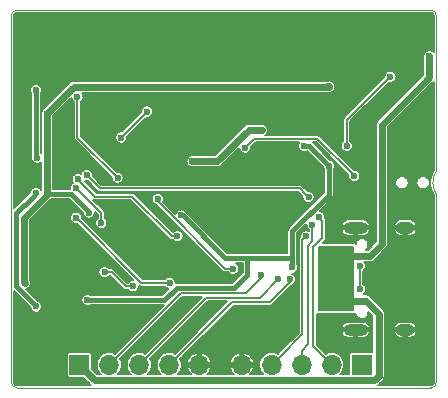
<source format=gbl>
G04 #@! TF.GenerationSoftware,KiCad,Pcbnew,5.1.0*
G04 #@! TF.CreationDate,2019-05-06T20:06:38+02:00*
G04 #@! TF.ProjectId,printer-otter,7072696e-7465-4722-9d6f-747465722e6b,rev?*
G04 #@! TF.SameCoordinates,Original*
G04 #@! TF.FileFunction,Copper,L2,Bot*
G04 #@! TF.FilePolarity,Positive*
%FSLAX46Y46*%
G04 Gerber Fmt 4.6, Leading zero omitted, Abs format (unit mm)*
G04 Created by KiCad (PCBNEW 5.1.0) date 2019-05-06 20:06:38*
%MOMM*%
%LPD*%
G04 APERTURE LIST*
%ADD10C,0.100000*%
%ADD11O,2.100000X1.000000*%
%ADD12O,1.600000X1.000000*%
%ADD13O,1.700000X1.700000*%
%ADD14R,1.700000X1.700000*%
%ADD15C,0.600000*%
%ADD16C,0.400000*%
%ADD17C,0.200000*%
%ADD18C,0.600000*%
%ADD19C,0.127000*%
G04 APERTURE END LIST*
D10*
X136000000Y-113625000D02*
X136000000Y-100500000D01*
X135500000Y-100000000D02*
X121750000Y-100000000D01*
X100000000Y-100500000D02*
G75*
G02X100500000Y-100000000I500000J0D01*
G01*
X100500000Y-132000000D02*
G75*
G02X100000000Y-131500000I0J500000D01*
G01*
X136000000Y-131500000D02*
G75*
G02X135500000Y-132000000I-500000J0D01*
G01*
X135500000Y-100000000D02*
G75*
G02X136000000Y-100500000I0J-500000D01*
G01*
X135500000Y-100000000D02*
X135500000Y-100000000D01*
X136000000Y-131500000D02*
X136000000Y-115625000D01*
X100500000Y-132000000D02*
X135500000Y-132000000D01*
X100000000Y-100500000D02*
X100000000Y-131500000D01*
X104500000Y-100000000D02*
X100500000Y-100000000D01*
X107000000Y-100000000D02*
X104500000Y-100000000D01*
X110000000Y-100000000D02*
X112500000Y-100000000D01*
X113000000Y-100000000D02*
X112500000Y-100000000D01*
X110000000Y-100000000D02*
X107000000Y-100000000D01*
X121750000Y-100000000D02*
X113000000Y-100000000D01*
X136000000Y-115625000D02*
G75*
G02X136000000Y-113625000I1499999J1000000D01*
G01*
D11*
X129165000Y-127070000D03*
X129165000Y-118430000D03*
D12*
X133345000Y-127070000D03*
X133345000Y-118430000D03*
D13*
X119515000Y-130050000D03*
X122055000Y-130050000D03*
X124595000Y-130050000D03*
X127135000Y-130050000D03*
D14*
X129675000Y-130050000D03*
D13*
X115910000Y-130050000D03*
X113370000Y-130050000D03*
X110830000Y-130050000D03*
X108290000Y-130050000D03*
D14*
X105750000Y-130050000D03*
D15*
X122750000Y-110050000D03*
X122725000Y-107325000D03*
X120175000Y-103700000D03*
X122000000Y-116000000D03*
X119000000Y-116000000D03*
X122000000Y-114000000D03*
X119000000Y-114000000D03*
X122000000Y-118000000D03*
X119000000Y-118000000D03*
X122725000Y-105075000D03*
X131162500Y-104600000D03*
X130400000Y-102675000D03*
X128425000Y-102925000D03*
X128425000Y-103675000D03*
X131250000Y-101925000D03*
X133250000Y-101925000D03*
X130175000Y-113075000D03*
X114350000Y-111325000D03*
X107700000Y-111450000D03*
X111200000Y-114375000D03*
X114050000Y-116150000D03*
X109400000Y-117650000D03*
X110375000Y-121025000D03*
X107725000Y-120950000D03*
X112000000Y-122150000D03*
X114475000Y-122425000D03*
X109200000Y-126425000D03*
X113575000Y-126125000D03*
X116125000Y-126450000D03*
X117825000Y-128225000D03*
X103075000Y-127525000D03*
X102925000Y-131225000D03*
X102100000Y-104000000D03*
X101675000Y-113975000D03*
X102275000Y-118450000D03*
X103875000Y-120300000D03*
X102875000Y-119375000D03*
X125500000Y-102875000D03*
X125500000Y-103600000D03*
X122000000Y-103450000D03*
X118275000Y-104850000D03*
X120925000Y-107850000D03*
X117050000Y-109800000D03*
X115525000Y-108750000D03*
X117925000Y-111100000D03*
X124950000Y-113750000D03*
X126900000Y-117100000D03*
X130400000Y-109050000D03*
X114650000Y-105675000D03*
X113200000Y-108850000D03*
X109675000Y-108825000D03*
X106375000Y-109425000D03*
X104875000Y-110950000D03*
X108075000Y-109975000D03*
X110800000Y-111100000D03*
X112675000Y-117300000D03*
X126725000Y-128750000D03*
X128175000Y-128925000D03*
X123050000Y-127475000D03*
X121275000Y-127450000D03*
X117275000Y-122825000D03*
X112650000Y-120450000D03*
X120175000Y-105225000D03*
X132200000Y-128300000D03*
X133200000Y-128300000D03*
X134200000Y-128300000D03*
X135200000Y-128300000D03*
X132200000Y-129300000D03*
X133200000Y-129300000D03*
X134200000Y-129300000D03*
X135200000Y-129300000D03*
X132200000Y-130300000D03*
X133200000Y-130300000D03*
X134200000Y-130300000D03*
X135200000Y-130300000D03*
X132200000Y-131300000D03*
X133200000Y-131300000D03*
X134200000Y-131300000D03*
X135200000Y-131300000D03*
X102100000Y-106800000D03*
X102200000Y-112500000D03*
X111500000Y-108600000D03*
X109300004Y-110800000D03*
X114075000Y-119150000D03*
X105625830Y-114335860D03*
X105493781Y-115078219D03*
X107620356Y-118041126D03*
X102100000Y-125100000D03*
X102100000Y-115500000D03*
X113400000Y-123100000D03*
X105500407Y-117584231D03*
X107900000Y-122200000D03*
X110300000Y-123400000D03*
X124800000Y-111500000D03*
X126900000Y-113200000D03*
X123800000Y-121800000D03*
X114400000Y-117400000D03*
X106455000Y-124550000D03*
X126925000Y-106475000D03*
X103050000Y-108800000D03*
X101154010Y-123100000D03*
X106562500Y-117150000D03*
X109000000Y-114200000D03*
X105600000Y-107400000D03*
X118800000Y-121900000D03*
X112399996Y-116000000D03*
X128400000Y-111500000D03*
X132100000Y-105650000D03*
X121200000Y-110155000D03*
X115345000Y-112800000D03*
X127000000Y-125100000D03*
X126900000Y-120400000D03*
X126400000Y-120900000D03*
X126400000Y-124600000D03*
X135400000Y-105700000D03*
X135400000Y-104800000D03*
X135400000Y-103900000D03*
X129499472Y-121684378D03*
X129550000Y-123650000D03*
X106400006Y-114000000D03*
X125170303Y-115849228D03*
X121183501Y-122466997D03*
X122600000Y-122800000D03*
X123600000Y-122800000D03*
X124950000Y-119175000D03*
X125504010Y-118175000D03*
X126050000Y-117525000D03*
X119800000Y-111650000D03*
X129050003Y-114050003D03*
D16*
X102100000Y-106800000D02*
X102100000Y-112400000D01*
X102100000Y-112400000D02*
X102200000Y-112500000D01*
D17*
X111500000Y-108600000D02*
X109300004Y-110799996D01*
X109300004Y-110799996D02*
X109300004Y-110800000D01*
X113575000Y-119150000D02*
X110225000Y-115800000D01*
X105925829Y-114635859D02*
X105625830Y-114335860D01*
X114075000Y-119150000D02*
X113575000Y-119150000D01*
X107089970Y-115800000D02*
X105925829Y-114635859D01*
X110225000Y-115800000D02*
X107089970Y-115800000D01*
X105493781Y-115078219D02*
X107620356Y-117204794D01*
X107620356Y-117616862D02*
X107620356Y-118041126D01*
X107620356Y-117204794D02*
X107620356Y-117616862D01*
D16*
X101800001Y-115799999D02*
X102100000Y-115500000D01*
X100404010Y-123354010D02*
X100404010Y-117195990D01*
X102100000Y-125050000D02*
X100404010Y-123354010D01*
X100404010Y-117195990D02*
X101800001Y-115799999D01*
X102100000Y-125100000D02*
X102100000Y-125050000D01*
D17*
X105800406Y-117884230D02*
X105500407Y-117584231D01*
X113400000Y-123100000D02*
X111016176Y-123100000D01*
X111016176Y-123100000D02*
X105800406Y-117884230D01*
X109700000Y-123400000D02*
X110300000Y-123400000D01*
X107900000Y-122200000D02*
X108500000Y-122200000D01*
X108500000Y-122200000D02*
X109700000Y-123400000D01*
D16*
X125200000Y-111500000D02*
X126900000Y-113200000D01*
X124800000Y-111500000D02*
X125200000Y-111500000D01*
X123800000Y-121000000D02*
X118100000Y-121000000D01*
X123800000Y-121800000D02*
X123800000Y-121000000D01*
X118100000Y-121000000D02*
X114500000Y-117400000D01*
X114500000Y-117400000D02*
X114400000Y-117400000D01*
X120000000Y-121000000D02*
X120650000Y-121000000D01*
X120000000Y-122400000D02*
X120000000Y-121000000D01*
X118900000Y-123500000D02*
X120000000Y-122400000D01*
X106455000Y-124550000D02*
X112950000Y-124550000D01*
X114000000Y-123500000D02*
X118900000Y-123500000D01*
X112950000Y-124550000D02*
X114000000Y-123500000D01*
X123800000Y-118725000D02*
X123800000Y-121800000D01*
X126900000Y-113200000D02*
X126900000Y-115625000D01*
X126900000Y-115625000D02*
X123800000Y-118725000D01*
D18*
X105300000Y-106500000D02*
X103050000Y-108750000D01*
X126925000Y-106475000D02*
X126900000Y-106500000D01*
X103050000Y-108750000D02*
X103050000Y-108800000D01*
X126900000Y-106500000D02*
X105300000Y-106500000D01*
X101100000Y-117600000D02*
X101100000Y-123045990D01*
X103050000Y-108800000D02*
X103050000Y-115650000D01*
X101100000Y-123045990D02*
X101154010Y-123100000D01*
X103050000Y-115650000D02*
X101100000Y-117600000D01*
D16*
X105050000Y-115600000D02*
X103050000Y-115600000D01*
X106562500Y-117150000D02*
X106562500Y-117112500D01*
X106562500Y-117112500D02*
X105050000Y-115600000D01*
D17*
X105600000Y-110800000D02*
X105600000Y-107824264D01*
X109000000Y-114200000D02*
X105600000Y-110800000D01*
X105600000Y-107824264D02*
X105600000Y-107400000D01*
X112400000Y-116200000D02*
X112400000Y-116000000D01*
X118800000Y-121900000D02*
X118100000Y-121900000D01*
X118100000Y-121900000D02*
X112400000Y-116200000D01*
X132050000Y-105650000D02*
X132100000Y-105650000D01*
X128400000Y-111500000D02*
X128400000Y-109300000D01*
X128400000Y-109300000D02*
X132050000Y-105650000D01*
D18*
X120100000Y-110155000D02*
X117455000Y-112800000D01*
X121200000Y-110155000D02*
X120100000Y-110155000D01*
X117455000Y-112800000D02*
X115345000Y-112800000D01*
X135400000Y-105700000D02*
X135400000Y-104800000D01*
X131400000Y-109700000D02*
X135100001Y-105999999D01*
X135100001Y-105999999D02*
X135400000Y-105700000D01*
X131400000Y-115300000D02*
X131400000Y-119800000D01*
X131400000Y-115900000D02*
X131400000Y-115300000D01*
X131400000Y-115300000D02*
X131400000Y-109700000D01*
X131400000Y-119800000D02*
X130400000Y-120800000D01*
X130400000Y-120800000D02*
X128500000Y-120800000D01*
X135400000Y-104800000D02*
X135400000Y-103900000D01*
X131100000Y-125700000D02*
X130000000Y-124600000D01*
X131100000Y-131000000D02*
X131100000Y-125700000D01*
X130745999Y-131354001D02*
X131100000Y-131000000D01*
X105750000Y-130050000D02*
X107054001Y-131354001D01*
X130000000Y-124600000D02*
X128300000Y-124600000D01*
X107054001Y-131354001D02*
X130745999Y-131354001D01*
D17*
X129499472Y-122108642D02*
X129500000Y-122109170D01*
X129499472Y-121684378D02*
X129499472Y-122108642D01*
X129500000Y-122109170D02*
X129500000Y-123600000D01*
X129500000Y-123600000D02*
X129550000Y-123650000D01*
X107500006Y-115100000D02*
X124421075Y-115100000D01*
X106400006Y-114000000D02*
X107500006Y-115100000D01*
X124421075Y-115100000D02*
X124870304Y-115549229D01*
X124870304Y-115549229D02*
X125170303Y-115849228D01*
X121183501Y-122716499D02*
X121183501Y-122466997D01*
X119900000Y-124000000D02*
X121183501Y-122716499D01*
X108290000Y-130050000D02*
X114340000Y-124000000D01*
X114340000Y-124000000D02*
X119900000Y-124000000D01*
X122600000Y-122800000D02*
X121045989Y-124354011D01*
X116525989Y-124354011D02*
X111679999Y-129200001D01*
X111679999Y-129200001D02*
X110830000Y-130050000D01*
X121045989Y-124354011D02*
X116525989Y-124354011D01*
X118711978Y-124708022D02*
X114219999Y-129200001D01*
X114219999Y-129200001D02*
X113370000Y-130050000D01*
X121891978Y-124708022D02*
X118711978Y-124708022D01*
X123600000Y-122800000D02*
X123600000Y-123000000D01*
X123600000Y-123000000D02*
X121891978Y-124708022D01*
X124650001Y-127454999D02*
X122904999Y-129200001D01*
X124650001Y-119474999D02*
X124650001Y-127454999D01*
X124950000Y-119175000D02*
X124650001Y-119474999D01*
X122904999Y-129200001D02*
X122055000Y-130050000D01*
X125504010Y-118599264D02*
X125504010Y-118175000D01*
X125504010Y-119570990D02*
X125504010Y-118599264D01*
X125125000Y-128317919D02*
X125125000Y-119950000D01*
X125125000Y-119950000D02*
X125504010Y-119570990D01*
X124595000Y-130050000D02*
X124595000Y-128847919D01*
X124595000Y-128847919D02*
X125125000Y-128317919D01*
X126285001Y-129200001D02*
X127135000Y-130050000D01*
X125575000Y-120075000D02*
X125575000Y-128490000D01*
X126349999Y-119300001D02*
X125575000Y-120075000D01*
X125575000Y-128490000D02*
X126285001Y-129200001D01*
X126050000Y-117525000D02*
X126349999Y-117824999D01*
X126349999Y-117824999D02*
X126349999Y-119300001D01*
X128750004Y-113750004D02*
X129050003Y-114050003D01*
X125900000Y-110900000D02*
X128750004Y-113750004D01*
X119800000Y-111650000D02*
X120550000Y-110900000D01*
X120550000Y-110900000D02*
X125900000Y-110900000D01*
D19*
G36*
X135759500Y-113564037D02*
G01*
X135619647Y-113828063D01*
X135611375Y-113848221D01*
X135602816Y-113868277D01*
X135601829Y-113871487D01*
X135500665Y-114208470D01*
X135496464Y-114229863D01*
X135491966Y-114251187D01*
X135491620Y-114254527D01*
X135457837Y-114604742D01*
X135457871Y-114626533D01*
X135457601Y-114648335D01*
X135457911Y-114651679D01*
X135492795Y-115001786D01*
X135497066Y-115023182D01*
X135501031Y-115044596D01*
X135501984Y-115047815D01*
X135604207Y-115384478D01*
X135612543Y-115404614D01*
X135620601Y-115424872D01*
X135622162Y-115427846D01*
X135759501Y-115685166D01*
X135759500Y-131488241D01*
X135753427Y-131550179D01*
X135738854Y-131598445D01*
X135715181Y-131642970D01*
X135683315Y-131682040D01*
X135644465Y-131714179D01*
X135600115Y-131738160D01*
X135551947Y-131753070D01*
X135490769Y-131759500D01*
X131067636Y-131759500D01*
X131113697Y-131721699D01*
X131129902Y-131701954D01*
X131447957Y-131383899D01*
X131467698Y-131367698D01*
X131532367Y-131288898D01*
X131580420Y-131198997D01*
X131610011Y-131101448D01*
X131615678Y-131043910D01*
X131620003Y-131000001D01*
X131617500Y-130974588D01*
X131617500Y-127310706D01*
X132397813Y-127310706D01*
X132460224Y-127461737D01*
X132547884Y-127568294D01*
X132654648Y-127655702D01*
X132776413Y-127720602D01*
X132908500Y-127760500D01*
X133208500Y-127760500D01*
X133208500Y-127206500D01*
X133481500Y-127206500D01*
X133481500Y-127760500D01*
X133781500Y-127760500D01*
X133913587Y-127720602D01*
X134035352Y-127655702D01*
X134142116Y-127568294D01*
X134229776Y-127461737D01*
X134292187Y-127310706D01*
X134273217Y-127206500D01*
X133481500Y-127206500D01*
X133208500Y-127206500D01*
X132416783Y-127206500D01*
X132397813Y-127310706D01*
X131617500Y-127310706D01*
X131617500Y-126829294D01*
X132397813Y-126829294D01*
X132416783Y-126933500D01*
X133208500Y-126933500D01*
X133208500Y-126913500D01*
X133481500Y-126913500D01*
X133481500Y-126933500D01*
X134273217Y-126933500D01*
X134292187Y-126829294D01*
X134229776Y-126678263D01*
X134142116Y-126571706D01*
X134035352Y-126484298D01*
X133913587Y-126419398D01*
X133781500Y-126379500D01*
X132908500Y-126379500D01*
X132776413Y-126419398D01*
X132654648Y-126484298D01*
X132547884Y-126571706D01*
X132460224Y-126678263D01*
X132397813Y-126829294D01*
X131617500Y-126829294D01*
X131617500Y-125725413D01*
X131620003Y-125700000D01*
X131610011Y-125598552D01*
X131580420Y-125501003D01*
X131559283Y-125461459D01*
X131532367Y-125411102D01*
X131467698Y-125332302D01*
X131447952Y-125316097D01*
X130383903Y-124252048D01*
X130367698Y-124232302D01*
X130288898Y-124167633D01*
X130198997Y-124119580D01*
X130101448Y-124089989D01*
X130025413Y-124082500D01*
X130000000Y-124079997D01*
X129974587Y-124082500D01*
X129834194Y-124082500D01*
X129879887Y-124051969D01*
X129951969Y-123979887D01*
X130008603Y-123895128D01*
X130047613Y-123800949D01*
X130067500Y-123700969D01*
X130067500Y-123599031D01*
X130047613Y-123499051D01*
X130008603Y-123404872D01*
X129951969Y-123320113D01*
X129879887Y-123248031D01*
X129817500Y-123206345D01*
X129817500Y-122124766D01*
X129819036Y-122109170D01*
X129817564Y-122094228D01*
X129829359Y-122086347D01*
X129901441Y-122014265D01*
X129958075Y-121929506D01*
X129997085Y-121835327D01*
X130016972Y-121735347D01*
X130016972Y-121633409D01*
X129997085Y-121533429D01*
X129958075Y-121439250D01*
X129901441Y-121354491D01*
X129864450Y-121317500D01*
X130374587Y-121317500D01*
X130400000Y-121320003D01*
X130425413Y-121317500D01*
X130501448Y-121310011D01*
X130598997Y-121280420D01*
X130688898Y-121232367D01*
X130767698Y-121167698D01*
X130783903Y-121147952D01*
X131747952Y-120183903D01*
X131767698Y-120167698D01*
X131832367Y-120088898D01*
X131880420Y-119998997D01*
X131910011Y-119901448D01*
X131917500Y-119825413D01*
X131920003Y-119800000D01*
X131917500Y-119774587D01*
X131917500Y-118670706D01*
X132397813Y-118670706D01*
X132460224Y-118821737D01*
X132547884Y-118928294D01*
X132654648Y-119015702D01*
X132776413Y-119080602D01*
X132908500Y-119120500D01*
X133208500Y-119120500D01*
X133208500Y-118566500D01*
X133481500Y-118566500D01*
X133481500Y-119120500D01*
X133781500Y-119120500D01*
X133913587Y-119080602D01*
X134035352Y-119015702D01*
X134142116Y-118928294D01*
X134229776Y-118821737D01*
X134292187Y-118670706D01*
X134273217Y-118566500D01*
X133481500Y-118566500D01*
X133208500Y-118566500D01*
X132416783Y-118566500D01*
X132397813Y-118670706D01*
X131917500Y-118670706D01*
X131917500Y-118189294D01*
X132397813Y-118189294D01*
X132416783Y-118293500D01*
X133208500Y-118293500D01*
X133208500Y-118273500D01*
X133481500Y-118273500D01*
X133481500Y-118293500D01*
X134273217Y-118293500D01*
X134292187Y-118189294D01*
X134229776Y-118038263D01*
X134142116Y-117931706D01*
X134035352Y-117844298D01*
X133913587Y-117779398D01*
X133781500Y-117739500D01*
X132908500Y-117739500D01*
X132776413Y-117779398D01*
X132654648Y-117844298D01*
X132547884Y-117931706D01*
X132460224Y-118038263D01*
X132397813Y-118189294D01*
X131917500Y-118189294D01*
X131917500Y-114569106D01*
X132507500Y-114569106D01*
X132507500Y-114680894D01*
X132529309Y-114790534D01*
X132572088Y-114893812D01*
X132634194Y-114986760D01*
X132713240Y-115065806D01*
X132806188Y-115127912D01*
X132909466Y-115170691D01*
X133019106Y-115192500D01*
X133130894Y-115192500D01*
X133240534Y-115170691D01*
X133343812Y-115127912D01*
X133436760Y-115065806D01*
X133515806Y-114986760D01*
X133577912Y-114893812D01*
X133620691Y-114790534D01*
X133642500Y-114680894D01*
X133642500Y-114569106D01*
X134307500Y-114569106D01*
X134307500Y-114680894D01*
X134329309Y-114790534D01*
X134372088Y-114893812D01*
X134434194Y-114986760D01*
X134513240Y-115065806D01*
X134606188Y-115127912D01*
X134709466Y-115170691D01*
X134819106Y-115192500D01*
X134930894Y-115192500D01*
X135040534Y-115170691D01*
X135143812Y-115127912D01*
X135236760Y-115065806D01*
X135315806Y-114986760D01*
X135377912Y-114893812D01*
X135420691Y-114790534D01*
X135442500Y-114680894D01*
X135442500Y-114569106D01*
X135420691Y-114459466D01*
X135377912Y-114356188D01*
X135315806Y-114263240D01*
X135236760Y-114184194D01*
X135143812Y-114122088D01*
X135040534Y-114079309D01*
X134930894Y-114057500D01*
X134819106Y-114057500D01*
X134709466Y-114079309D01*
X134606188Y-114122088D01*
X134513240Y-114184194D01*
X134434194Y-114263240D01*
X134372088Y-114356188D01*
X134329309Y-114459466D01*
X134307500Y-114569106D01*
X133642500Y-114569106D01*
X133620691Y-114459466D01*
X133577912Y-114356188D01*
X133515806Y-114263240D01*
X133436760Y-114184194D01*
X133343812Y-114122088D01*
X133240534Y-114079309D01*
X133130894Y-114057500D01*
X133019106Y-114057500D01*
X132909466Y-114079309D01*
X132806188Y-114122088D01*
X132713240Y-114184194D01*
X132634194Y-114263240D01*
X132572088Y-114356188D01*
X132529309Y-114459466D01*
X132507500Y-114569106D01*
X131917500Y-114569106D01*
X131917500Y-109914355D01*
X135483898Y-106347957D01*
X135483898Y-106347956D01*
X135729881Y-106101973D01*
X135729887Y-106101969D01*
X135747958Y-106083898D01*
X135759501Y-106074425D01*
X135759500Y-113564037D01*
X135759500Y-113564037D01*
G37*
X135759500Y-113564037D02*
X135619647Y-113828063D01*
X135611375Y-113848221D01*
X135602816Y-113868277D01*
X135601829Y-113871487D01*
X135500665Y-114208470D01*
X135496464Y-114229863D01*
X135491966Y-114251187D01*
X135491620Y-114254527D01*
X135457837Y-114604742D01*
X135457871Y-114626533D01*
X135457601Y-114648335D01*
X135457911Y-114651679D01*
X135492795Y-115001786D01*
X135497066Y-115023182D01*
X135501031Y-115044596D01*
X135501984Y-115047815D01*
X135604207Y-115384478D01*
X135612543Y-115404614D01*
X135620601Y-115424872D01*
X135622162Y-115427846D01*
X135759501Y-115685166D01*
X135759500Y-131488241D01*
X135753427Y-131550179D01*
X135738854Y-131598445D01*
X135715181Y-131642970D01*
X135683315Y-131682040D01*
X135644465Y-131714179D01*
X135600115Y-131738160D01*
X135551947Y-131753070D01*
X135490769Y-131759500D01*
X131067636Y-131759500D01*
X131113697Y-131721699D01*
X131129902Y-131701954D01*
X131447957Y-131383899D01*
X131467698Y-131367698D01*
X131532367Y-131288898D01*
X131580420Y-131198997D01*
X131610011Y-131101448D01*
X131615678Y-131043910D01*
X131620003Y-131000001D01*
X131617500Y-130974588D01*
X131617500Y-127310706D01*
X132397813Y-127310706D01*
X132460224Y-127461737D01*
X132547884Y-127568294D01*
X132654648Y-127655702D01*
X132776413Y-127720602D01*
X132908500Y-127760500D01*
X133208500Y-127760500D01*
X133208500Y-127206500D01*
X133481500Y-127206500D01*
X133481500Y-127760500D01*
X133781500Y-127760500D01*
X133913587Y-127720602D01*
X134035352Y-127655702D01*
X134142116Y-127568294D01*
X134229776Y-127461737D01*
X134292187Y-127310706D01*
X134273217Y-127206500D01*
X133481500Y-127206500D01*
X133208500Y-127206500D01*
X132416783Y-127206500D01*
X132397813Y-127310706D01*
X131617500Y-127310706D01*
X131617500Y-126829294D01*
X132397813Y-126829294D01*
X132416783Y-126933500D01*
X133208500Y-126933500D01*
X133208500Y-126913500D01*
X133481500Y-126913500D01*
X133481500Y-126933500D01*
X134273217Y-126933500D01*
X134292187Y-126829294D01*
X134229776Y-126678263D01*
X134142116Y-126571706D01*
X134035352Y-126484298D01*
X133913587Y-126419398D01*
X133781500Y-126379500D01*
X132908500Y-126379500D01*
X132776413Y-126419398D01*
X132654648Y-126484298D01*
X132547884Y-126571706D01*
X132460224Y-126678263D01*
X132397813Y-126829294D01*
X131617500Y-126829294D01*
X131617500Y-125725413D01*
X131620003Y-125700000D01*
X131610011Y-125598552D01*
X131580420Y-125501003D01*
X131559283Y-125461459D01*
X131532367Y-125411102D01*
X131467698Y-125332302D01*
X131447952Y-125316097D01*
X130383903Y-124252048D01*
X130367698Y-124232302D01*
X130288898Y-124167633D01*
X130198997Y-124119580D01*
X130101448Y-124089989D01*
X130025413Y-124082500D01*
X130000000Y-124079997D01*
X129974587Y-124082500D01*
X129834194Y-124082500D01*
X129879887Y-124051969D01*
X129951969Y-123979887D01*
X130008603Y-123895128D01*
X130047613Y-123800949D01*
X130067500Y-123700969D01*
X130067500Y-123599031D01*
X130047613Y-123499051D01*
X130008603Y-123404872D01*
X129951969Y-123320113D01*
X129879887Y-123248031D01*
X129817500Y-123206345D01*
X129817500Y-122124766D01*
X129819036Y-122109170D01*
X129817564Y-122094228D01*
X129829359Y-122086347D01*
X129901441Y-122014265D01*
X129958075Y-121929506D01*
X129997085Y-121835327D01*
X130016972Y-121735347D01*
X130016972Y-121633409D01*
X129997085Y-121533429D01*
X129958075Y-121439250D01*
X129901441Y-121354491D01*
X129864450Y-121317500D01*
X130374587Y-121317500D01*
X130400000Y-121320003D01*
X130425413Y-121317500D01*
X130501448Y-121310011D01*
X130598997Y-121280420D01*
X130688898Y-121232367D01*
X130767698Y-121167698D01*
X130783903Y-121147952D01*
X131747952Y-120183903D01*
X131767698Y-120167698D01*
X131832367Y-120088898D01*
X131880420Y-119998997D01*
X131910011Y-119901448D01*
X131917500Y-119825413D01*
X131920003Y-119800000D01*
X131917500Y-119774587D01*
X131917500Y-118670706D01*
X132397813Y-118670706D01*
X132460224Y-118821737D01*
X132547884Y-118928294D01*
X132654648Y-119015702D01*
X132776413Y-119080602D01*
X132908500Y-119120500D01*
X133208500Y-119120500D01*
X133208500Y-118566500D01*
X133481500Y-118566500D01*
X133481500Y-119120500D01*
X133781500Y-119120500D01*
X133913587Y-119080602D01*
X134035352Y-119015702D01*
X134142116Y-118928294D01*
X134229776Y-118821737D01*
X134292187Y-118670706D01*
X134273217Y-118566500D01*
X133481500Y-118566500D01*
X133208500Y-118566500D01*
X132416783Y-118566500D01*
X132397813Y-118670706D01*
X131917500Y-118670706D01*
X131917500Y-118189294D01*
X132397813Y-118189294D01*
X132416783Y-118293500D01*
X133208500Y-118293500D01*
X133208500Y-118273500D01*
X133481500Y-118273500D01*
X133481500Y-118293500D01*
X134273217Y-118293500D01*
X134292187Y-118189294D01*
X134229776Y-118038263D01*
X134142116Y-117931706D01*
X134035352Y-117844298D01*
X133913587Y-117779398D01*
X133781500Y-117739500D01*
X132908500Y-117739500D01*
X132776413Y-117779398D01*
X132654648Y-117844298D01*
X132547884Y-117931706D01*
X132460224Y-118038263D01*
X132397813Y-118189294D01*
X131917500Y-118189294D01*
X131917500Y-114569106D01*
X132507500Y-114569106D01*
X132507500Y-114680894D01*
X132529309Y-114790534D01*
X132572088Y-114893812D01*
X132634194Y-114986760D01*
X132713240Y-115065806D01*
X132806188Y-115127912D01*
X132909466Y-115170691D01*
X133019106Y-115192500D01*
X133130894Y-115192500D01*
X133240534Y-115170691D01*
X133343812Y-115127912D01*
X133436760Y-115065806D01*
X133515806Y-114986760D01*
X133577912Y-114893812D01*
X133620691Y-114790534D01*
X133642500Y-114680894D01*
X133642500Y-114569106D01*
X134307500Y-114569106D01*
X134307500Y-114680894D01*
X134329309Y-114790534D01*
X134372088Y-114893812D01*
X134434194Y-114986760D01*
X134513240Y-115065806D01*
X134606188Y-115127912D01*
X134709466Y-115170691D01*
X134819106Y-115192500D01*
X134930894Y-115192500D01*
X135040534Y-115170691D01*
X135143812Y-115127912D01*
X135236760Y-115065806D01*
X135315806Y-114986760D01*
X135377912Y-114893812D01*
X135420691Y-114790534D01*
X135442500Y-114680894D01*
X135442500Y-114569106D01*
X135420691Y-114459466D01*
X135377912Y-114356188D01*
X135315806Y-114263240D01*
X135236760Y-114184194D01*
X135143812Y-114122088D01*
X135040534Y-114079309D01*
X134930894Y-114057500D01*
X134819106Y-114057500D01*
X134709466Y-114079309D01*
X134606188Y-114122088D01*
X134513240Y-114184194D01*
X134434194Y-114263240D01*
X134372088Y-114356188D01*
X134329309Y-114459466D01*
X134307500Y-114569106D01*
X133642500Y-114569106D01*
X133620691Y-114459466D01*
X133577912Y-114356188D01*
X133515806Y-114263240D01*
X133436760Y-114184194D01*
X133343812Y-114122088D01*
X133240534Y-114079309D01*
X133130894Y-114057500D01*
X133019106Y-114057500D01*
X132909466Y-114079309D01*
X132806188Y-114122088D01*
X132713240Y-114184194D01*
X132634194Y-114263240D01*
X132572088Y-114356188D01*
X132529309Y-114459466D01*
X132507500Y-114569106D01*
X131917500Y-114569106D01*
X131917500Y-109914355D01*
X135483898Y-106347957D01*
X135483898Y-106347956D01*
X135729881Y-106101973D01*
X135729887Y-106101969D01*
X135747958Y-106083898D01*
X135759501Y-106074425D01*
X135759500Y-113564037D01*
G36*
X135550178Y-100246573D02*
G01*
X135598446Y-100261146D01*
X135642965Y-100284816D01*
X135682040Y-100316686D01*
X135714179Y-100355535D01*
X135738159Y-100399884D01*
X135753070Y-100448053D01*
X135759501Y-100509241D01*
X135759501Y-103525575D01*
X135747958Y-103516102D01*
X135729887Y-103498031D01*
X135708637Y-103483832D01*
X135688898Y-103467633D01*
X135666379Y-103455596D01*
X135645128Y-103441397D01*
X135621516Y-103431617D01*
X135598997Y-103419580D01*
X135574562Y-103412168D01*
X135550949Y-103402387D01*
X135525882Y-103397401D01*
X135501448Y-103389989D01*
X135476036Y-103387486D01*
X135450969Y-103382500D01*
X135425413Y-103382500D01*
X135400000Y-103379997D01*
X135374587Y-103382500D01*
X135349031Y-103382500D01*
X135323963Y-103387486D01*
X135298553Y-103389989D01*
X135274121Y-103397400D01*
X135249051Y-103402387D01*
X135225435Y-103412169D01*
X135201004Y-103419580D01*
X135178488Y-103431615D01*
X135154872Y-103441397D01*
X135133617Y-103455599D01*
X135111103Y-103467633D01*
X135091368Y-103483829D01*
X135070113Y-103498031D01*
X135052038Y-103516106D01*
X135032303Y-103532302D01*
X135016107Y-103552037D01*
X134998031Y-103570113D01*
X134983828Y-103591370D01*
X134967634Y-103611102D01*
X134955601Y-103633614D01*
X134941397Y-103654872D01*
X134931613Y-103678492D01*
X134919581Y-103701003D01*
X134912171Y-103725429D01*
X134902387Y-103749051D01*
X134897399Y-103774128D01*
X134889990Y-103798552D01*
X134887488Y-103823954D01*
X134882500Y-103849031D01*
X134882500Y-103950969D01*
X134882501Y-103950974D01*
X134882500Y-104749031D01*
X134882500Y-104850969D01*
X134882501Y-104850974D01*
X134882500Y-105485645D01*
X134752044Y-105616102D01*
X134752043Y-105616102D01*
X131052043Y-109316102D01*
X131032303Y-109332302D01*
X130967634Y-109411102D01*
X130941949Y-109459156D01*
X130919580Y-109501004D01*
X130889989Y-109598553D01*
X130879997Y-109700000D01*
X130882501Y-109725423D01*
X130882500Y-115274587D01*
X130882500Y-115274588D01*
X130882501Y-119585644D01*
X130185645Y-120282500D01*
X130039158Y-120282500D01*
X130040824Y-120281387D01*
X130116387Y-120205824D01*
X130175757Y-120116970D01*
X130216652Y-120018241D01*
X130237500Y-119913432D01*
X130237500Y-119806568D01*
X130216652Y-119701759D01*
X130175757Y-119603030D01*
X130116387Y-119514176D01*
X130040824Y-119438613D01*
X129951970Y-119379243D01*
X129853241Y-119338348D01*
X129748432Y-119317500D01*
X129641568Y-119317500D01*
X129536759Y-119338348D01*
X129438030Y-119379243D01*
X129349176Y-119438613D01*
X129273613Y-119514176D01*
X129214243Y-119603030D01*
X129173348Y-119701759D01*
X129156031Y-119788817D01*
X129146393Y-119780908D01*
X129100837Y-119756558D01*
X129051406Y-119741563D01*
X129000000Y-119736500D01*
X126362513Y-119736500D01*
X126563475Y-119535538D01*
X126575592Y-119525594D01*
X126615268Y-119477248D01*
X126644750Y-119422091D01*
X126662905Y-119362242D01*
X126667499Y-119315597D01*
X126667499Y-119315595D01*
X126669035Y-119300002D01*
X126667499Y-119284409D01*
X126667499Y-118670706D01*
X127967813Y-118670706D01*
X128030224Y-118821737D01*
X128117884Y-118928294D01*
X128224648Y-119015702D01*
X128346413Y-119080602D01*
X128478500Y-119120500D01*
X129028500Y-119120500D01*
X129028500Y-118566500D01*
X129301500Y-118566500D01*
X129301500Y-119120500D01*
X129851500Y-119120500D01*
X129983587Y-119080602D01*
X130105352Y-119015702D01*
X130212116Y-118928294D01*
X130299776Y-118821737D01*
X130362187Y-118670706D01*
X130343217Y-118566500D01*
X129301500Y-118566500D01*
X129028500Y-118566500D01*
X127986783Y-118566500D01*
X127967813Y-118670706D01*
X126667499Y-118670706D01*
X126667499Y-118189294D01*
X127967813Y-118189294D01*
X127986783Y-118293500D01*
X129028500Y-118293500D01*
X129028500Y-118273500D01*
X129301500Y-118273500D01*
X129301500Y-118293500D01*
X130343217Y-118293500D01*
X130362187Y-118189294D01*
X130299776Y-118038263D01*
X130212116Y-117931706D01*
X130105352Y-117844298D01*
X129983587Y-117779398D01*
X129851500Y-117739500D01*
X128478500Y-117739500D01*
X128346413Y-117779398D01*
X128224648Y-117844298D01*
X128117884Y-117931706D01*
X128030224Y-118038263D01*
X127967813Y-118189294D01*
X126667499Y-118189294D01*
X126667499Y-117840595D01*
X126669035Y-117824999D01*
X126662905Y-117762758D01*
X126644750Y-117702909D01*
X126615268Y-117647752D01*
X126603221Y-117633073D01*
X126575592Y-117599406D01*
X126564628Y-117590408D01*
X126567500Y-117575969D01*
X126567500Y-117474031D01*
X126547613Y-117374051D01*
X126508603Y-117279872D01*
X126451969Y-117195113D01*
X126379887Y-117123031D01*
X126295128Y-117066397D01*
X126200949Y-117027387D01*
X126106779Y-117008656D01*
X127180723Y-115934712D01*
X127196645Y-115921645D01*
X127209712Y-115905723D01*
X127209719Y-115905716D01*
X127248817Y-115858074D01*
X127248818Y-115858073D01*
X127287586Y-115785543D01*
X127311459Y-115706844D01*
X127317500Y-115645509D01*
X127317500Y-115645503D01*
X127319519Y-115625001D01*
X127317500Y-115604499D01*
X127317500Y-113506643D01*
X127358603Y-113445128D01*
X127397613Y-113350949D01*
X127417500Y-113250969D01*
X127417500Y-113149031D01*
X127397613Y-113049051D01*
X127358603Y-112954872D01*
X127301969Y-112870113D01*
X127229887Y-112798031D01*
X127145128Y-112741397D01*
X127050949Y-112702387D01*
X126978389Y-112687954D01*
X125509717Y-111219283D01*
X125508254Y-111217500D01*
X125768488Y-111217500D01*
X128535409Y-113984422D01*
X128532503Y-113999034D01*
X128532503Y-114100972D01*
X128552390Y-114200952D01*
X128591400Y-114295131D01*
X128648034Y-114379890D01*
X128720116Y-114451972D01*
X128804875Y-114508606D01*
X128899054Y-114547616D01*
X128999034Y-114567503D01*
X129100972Y-114567503D01*
X129200952Y-114547616D01*
X129295131Y-114508606D01*
X129379890Y-114451972D01*
X129451972Y-114379890D01*
X129508606Y-114295131D01*
X129547616Y-114200952D01*
X129567503Y-114100972D01*
X129567503Y-113999034D01*
X129547616Y-113899054D01*
X129508606Y-113804875D01*
X129451972Y-113720116D01*
X129379890Y-113648034D01*
X129295131Y-113591400D01*
X129200952Y-113552390D01*
X129100972Y-113532503D01*
X128999034Y-113532503D01*
X128984422Y-113535409D01*
X126898044Y-111449031D01*
X127882500Y-111449031D01*
X127882500Y-111550969D01*
X127902387Y-111650949D01*
X127941397Y-111745128D01*
X127998031Y-111829887D01*
X128070113Y-111901969D01*
X128154872Y-111958603D01*
X128249051Y-111997613D01*
X128349031Y-112017500D01*
X128450969Y-112017500D01*
X128550949Y-111997613D01*
X128645128Y-111958603D01*
X128729887Y-111901969D01*
X128801969Y-111829887D01*
X128858603Y-111745128D01*
X128897613Y-111650949D01*
X128917500Y-111550969D01*
X128917500Y-111449031D01*
X128897613Y-111349051D01*
X128858603Y-111254872D01*
X128801969Y-111170113D01*
X128729887Y-111098031D01*
X128717500Y-111089754D01*
X128717500Y-109431512D01*
X131992715Y-106156298D01*
X132049031Y-106167500D01*
X132150969Y-106167500D01*
X132250949Y-106147613D01*
X132345128Y-106108603D01*
X132429887Y-106051969D01*
X132501969Y-105979887D01*
X132558603Y-105895128D01*
X132597613Y-105800949D01*
X132617500Y-105700969D01*
X132617500Y-105599031D01*
X132597613Y-105499051D01*
X132558603Y-105404872D01*
X132501969Y-105320113D01*
X132429887Y-105248031D01*
X132345128Y-105191397D01*
X132250949Y-105152387D01*
X132150969Y-105132500D01*
X132049031Y-105132500D01*
X131949051Y-105152387D01*
X131854872Y-105191397D01*
X131770113Y-105248031D01*
X131698031Y-105320113D01*
X131641397Y-105404872D01*
X131602387Y-105499051D01*
X131582500Y-105599031D01*
X131582500Y-105668487D01*
X128186525Y-109064463D01*
X128174408Y-109074407D01*
X128134732Y-109122753D01*
X128118973Y-109152236D01*
X128105249Y-109177911D01*
X128087094Y-109237760D01*
X128080964Y-109300000D01*
X128082501Y-109315606D01*
X128082500Y-111089754D01*
X128070113Y-111098031D01*
X127998031Y-111170113D01*
X127941397Y-111254872D01*
X127902387Y-111349051D01*
X127882500Y-111449031D01*
X126898044Y-111449031D01*
X126135542Y-110686530D01*
X126125593Y-110674407D01*
X126077247Y-110634731D01*
X126022090Y-110605249D01*
X125962241Y-110587094D01*
X125915596Y-110582500D01*
X125900000Y-110580964D01*
X125884404Y-110582500D01*
X121494829Y-110582500D01*
X121508637Y-110571168D01*
X121529887Y-110556969D01*
X121547958Y-110538898D01*
X121567698Y-110522698D01*
X121583898Y-110502958D01*
X121601969Y-110484887D01*
X121616168Y-110463637D01*
X121632367Y-110443898D01*
X121644404Y-110421379D01*
X121658603Y-110400128D01*
X121668383Y-110376516D01*
X121680420Y-110353997D01*
X121687832Y-110329562D01*
X121697613Y-110305949D01*
X121702599Y-110280882D01*
X121710011Y-110256448D01*
X121712514Y-110231036D01*
X121717500Y-110205969D01*
X121717500Y-110180413D01*
X121720003Y-110155000D01*
X121717500Y-110129587D01*
X121717500Y-110104031D01*
X121712514Y-110078964D01*
X121710011Y-110053552D01*
X121702599Y-110029118D01*
X121697613Y-110004051D01*
X121687832Y-109980438D01*
X121680420Y-109956003D01*
X121668383Y-109933484D01*
X121658603Y-109909872D01*
X121644404Y-109888621D01*
X121632367Y-109866102D01*
X121616168Y-109846363D01*
X121601969Y-109825113D01*
X121583898Y-109807042D01*
X121567698Y-109787302D01*
X121547958Y-109771102D01*
X121529887Y-109753031D01*
X121508637Y-109738832D01*
X121488898Y-109722633D01*
X121466379Y-109710596D01*
X121445128Y-109696397D01*
X121421516Y-109686617D01*
X121398997Y-109674580D01*
X121374562Y-109667168D01*
X121350949Y-109657387D01*
X121325882Y-109652401D01*
X121301448Y-109644989D01*
X121276036Y-109642486D01*
X121250969Y-109637500D01*
X120125413Y-109637500D01*
X120100000Y-109634997D01*
X120074587Y-109637500D01*
X119998552Y-109644989D01*
X119901003Y-109674580D01*
X119811102Y-109722633D01*
X119732302Y-109787302D01*
X119716097Y-109807048D01*
X117240645Y-112282500D01*
X115294031Y-112282500D01*
X115268964Y-112287486D01*
X115243552Y-112289989D01*
X115219118Y-112297401D01*
X115194051Y-112302387D01*
X115170438Y-112312168D01*
X115146003Y-112319580D01*
X115123484Y-112331617D01*
X115099872Y-112341397D01*
X115078621Y-112355596D01*
X115056102Y-112367633D01*
X115036363Y-112383832D01*
X115015113Y-112398031D01*
X114997042Y-112416102D01*
X114977302Y-112432302D01*
X114961102Y-112452042D01*
X114943031Y-112470113D01*
X114928832Y-112491363D01*
X114912633Y-112511102D01*
X114900596Y-112533621D01*
X114886397Y-112554872D01*
X114876617Y-112578484D01*
X114864580Y-112601003D01*
X114857168Y-112625438D01*
X114847387Y-112649051D01*
X114842401Y-112674118D01*
X114834989Y-112698552D01*
X114832486Y-112723964D01*
X114827500Y-112749031D01*
X114827500Y-112774587D01*
X114824997Y-112800000D01*
X114827500Y-112825413D01*
X114827500Y-112850969D01*
X114832486Y-112876036D01*
X114834989Y-112901448D01*
X114842401Y-112925882D01*
X114847387Y-112950949D01*
X114857168Y-112974562D01*
X114864580Y-112998997D01*
X114876617Y-113021516D01*
X114886397Y-113045128D01*
X114900596Y-113066379D01*
X114912633Y-113088898D01*
X114928832Y-113108637D01*
X114943031Y-113129887D01*
X114961102Y-113147958D01*
X114977302Y-113167698D01*
X114997041Y-113183897D01*
X115015113Y-113201969D01*
X115036363Y-113216168D01*
X115056102Y-113232367D01*
X115078621Y-113244404D01*
X115099872Y-113258603D01*
X115123484Y-113268383D01*
X115146003Y-113280420D01*
X115170438Y-113287832D01*
X115194051Y-113297613D01*
X115219118Y-113302599D01*
X115243552Y-113310011D01*
X115268964Y-113312514D01*
X115294031Y-113317500D01*
X117429587Y-113317500D01*
X117455000Y-113320003D01*
X117480413Y-113317500D01*
X117556448Y-113310011D01*
X117653997Y-113280420D01*
X117743898Y-113232367D01*
X117822698Y-113167698D01*
X117838903Y-113147952D01*
X119283062Y-111703793D01*
X119302387Y-111800949D01*
X119341397Y-111895128D01*
X119398031Y-111979887D01*
X119470113Y-112051969D01*
X119554872Y-112108603D01*
X119649051Y-112147613D01*
X119749031Y-112167500D01*
X119850969Y-112167500D01*
X119950949Y-112147613D01*
X120045128Y-112108603D01*
X120129887Y-112051969D01*
X120201969Y-111979887D01*
X120258603Y-111895128D01*
X120297613Y-111800949D01*
X120317500Y-111700969D01*
X120317500Y-111599031D01*
X120314594Y-111584419D01*
X120681513Y-111217500D01*
X124366368Y-111217500D01*
X124341397Y-111254872D01*
X124302387Y-111349051D01*
X124282500Y-111449031D01*
X124282500Y-111550969D01*
X124302387Y-111650949D01*
X124341397Y-111745128D01*
X124398031Y-111829887D01*
X124470113Y-111901969D01*
X124554872Y-111958603D01*
X124649051Y-111997613D01*
X124749031Y-112017500D01*
X124850969Y-112017500D01*
X124950949Y-111997613D01*
X125045128Y-111958603D01*
X125058940Y-111949374D01*
X126387954Y-113278389D01*
X126402387Y-113350949D01*
X126441397Y-113445128D01*
X126482500Y-113506643D01*
X126482501Y-115452064D01*
X123519283Y-118415283D01*
X123503355Y-118428355D01*
X123490284Y-118444282D01*
X123490281Y-118444285D01*
X123463290Y-118477174D01*
X123451182Y-118491928D01*
X123412414Y-118564458D01*
X123388541Y-118643157D01*
X123382500Y-118704492D01*
X123382500Y-118704498D01*
X123380481Y-118725000D01*
X123382500Y-118745502D01*
X123382501Y-120582500D01*
X120020509Y-120582500D01*
X120000000Y-120580480D01*
X119979491Y-120582500D01*
X118272934Y-120582500D01*
X114868005Y-117177571D01*
X114858603Y-117154872D01*
X114801969Y-117070113D01*
X114729887Y-116998031D01*
X114645128Y-116941397D01*
X114550949Y-116902387D01*
X114450969Y-116882500D01*
X114349031Y-116882500D01*
X114249051Y-116902387D01*
X114154872Y-116941397D01*
X114070113Y-116998031D01*
X113998031Y-117070113D01*
X113941397Y-117154872D01*
X113902387Y-117249051D01*
X113901670Y-117252657D01*
X112869009Y-116219997D01*
X112897609Y-116150949D01*
X112917496Y-116050969D01*
X112917496Y-115949031D01*
X112897609Y-115849051D01*
X112858599Y-115754872D01*
X112801965Y-115670113D01*
X112729883Y-115598031D01*
X112645124Y-115541397D01*
X112550945Y-115502387D01*
X112450965Y-115482500D01*
X112349027Y-115482500D01*
X112249047Y-115502387D01*
X112154868Y-115541397D01*
X112070109Y-115598031D01*
X111998027Y-115670113D01*
X111941393Y-115754872D01*
X111902383Y-115849051D01*
X111882496Y-115949031D01*
X111882496Y-116050969D01*
X111902383Y-116150949D01*
X111941393Y-116245128D01*
X111998027Y-116329887D01*
X112070109Y-116401969D01*
X112154868Y-116458603D01*
X112248286Y-116497298D01*
X117864463Y-122113476D01*
X117874407Y-122125593D01*
X117922753Y-122165269D01*
X117977910Y-122194751D01*
X118037759Y-122212906D01*
X118084404Y-122217500D01*
X118084406Y-122217500D01*
X118099999Y-122219036D01*
X118115592Y-122217500D01*
X118389754Y-122217500D01*
X118398031Y-122229887D01*
X118470113Y-122301969D01*
X118554872Y-122358603D01*
X118649051Y-122397613D01*
X118749031Y-122417500D01*
X118850969Y-122417500D01*
X118950949Y-122397613D01*
X119045128Y-122358603D01*
X119129887Y-122301969D01*
X119201969Y-122229887D01*
X119258603Y-122145128D01*
X119297613Y-122050949D01*
X119317500Y-121950969D01*
X119317500Y-121849031D01*
X119297613Y-121749051D01*
X119258603Y-121654872D01*
X119201969Y-121570113D01*
X119129887Y-121498031D01*
X119045128Y-121441397D01*
X118987435Y-121417500D01*
X119582501Y-121417500D01*
X119582500Y-122227066D01*
X118727066Y-123082500D01*
X114020498Y-123082500D01*
X113999999Y-123080481D01*
X113979500Y-123082500D01*
X113979491Y-123082500D01*
X113918156Y-123088541D01*
X113917500Y-123088740D01*
X113917500Y-123049031D01*
X113897613Y-122949051D01*
X113858603Y-122854872D01*
X113801969Y-122770113D01*
X113729887Y-122698031D01*
X113645128Y-122641397D01*
X113550949Y-122602387D01*
X113450969Y-122582500D01*
X113349031Y-122582500D01*
X113249051Y-122602387D01*
X113154872Y-122641397D01*
X113070113Y-122698031D01*
X112998031Y-122770113D01*
X112989754Y-122782500D01*
X111147689Y-122782500D01*
X106035945Y-117670757D01*
X106035940Y-117670751D01*
X106015001Y-117649812D01*
X106017907Y-117635200D01*
X106017907Y-117533262D01*
X105998020Y-117433282D01*
X105959010Y-117339103D01*
X105902376Y-117254344D01*
X105830294Y-117182262D01*
X105745535Y-117125628D01*
X105651356Y-117086618D01*
X105551376Y-117066731D01*
X105449438Y-117066731D01*
X105349458Y-117086618D01*
X105255279Y-117125628D01*
X105170520Y-117182262D01*
X105098438Y-117254344D01*
X105041804Y-117339103D01*
X105002794Y-117433282D01*
X104982907Y-117533262D01*
X104982907Y-117635200D01*
X105002794Y-117735180D01*
X105041804Y-117829359D01*
X105098438Y-117914118D01*
X105170520Y-117986200D01*
X105255279Y-118042834D01*
X105349458Y-118081844D01*
X105449438Y-118101731D01*
X105551376Y-118101731D01*
X105565988Y-118098825D01*
X105586927Y-118119764D01*
X105586933Y-118119769D01*
X110349663Y-122882500D01*
X110249031Y-122882500D01*
X110149051Y-122902387D01*
X110054872Y-122941397D01*
X109970113Y-122998031D01*
X109898031Y-123070113D01*
X109889754Y-123082500D01*
X109831513Y-123082500D01*
X108735542Y-121986530D01*
X108725593Y-121974407D01*
X108677247Y-121934731D01*
X108622090Y-121905249D01*
X108562241Y-121887094D01*
X108515596Y-121882500D01*
X108500000Y-121880964D01*
X108484404Y-121882500D01*
X108310246Y-121882500D01*
X108301969Y-121870113D01*
X108229887Y-121798031D01*
X108145128Y-121741397D01*
X108050949Y-121702387D01*
X107950969Y-121682500D01*
X107849031Y-121682500D01*
X107749051Y-121702387D01*
X107654872Y-121741397D01*
X107570113Y-121798031D01*
X107498031Y-121870113D01*
X107441397Y-121954872D01*
X107402387Y-122049051D01*
X107382500Y-122149031D01*
X107382500Y-122250969D01*
X107402387Y-122350949D01*
X107441397Y-122445128D01*
X107498031Y-122529887D01*
X107570113Y-122601969D01*
X107654872Y-122658603D01*
X107749051Y-122697613D01*
X107849031Y-122717500D01*
X107950969Y-122717500D01*
X108050949Y-122697613D01*
X108145128Y-122658603D01*
X108229887Y-122601969D01*
X108301969Y-122529887D01*
X108310246Y-122517500D01*
X108368488Y-122517500D01*
X109464463Y-123613476D01*
X109474407Y-123625593D01*
X109522753Y-123665269D01*
X109577910Y-123694751D01*
X109637759Y-123712906D01*
X109684404Y-123717500D01*
X109684406Y-123717500D01*
X109699999Y-123719036D01*
X109715592Y-123717500D01*
X109889754Y-123717500D01*
X109898031Y-123729887D01*
X109970113Y-123801969D01*
X110054872Y-123858603D01*
X110149051Y-123897613D01*
X110249031Y-123917500D01*
X110350969Y-123917500D01*
X110450949Y-123897613D01*
X110545128Y-123858603D01*
X110629887Y-123801969D01*
X110701969Y-123729887D01*
X110758603Y-123645128D01*
X110797613Y-123550949D01*
X110817500Y-123450969D01*
X110817500Y-123349031D01*
X110817179Y-123347420D01*
X110838929Y-123365269D01*
X110894086Y-123394751D01*
X110953935Y-123412906D01*
X111016176Y-123419036D01*
X111031772Y-123417500D01*
X112989754Y-123417500D01*
X112998031Y-123429887D01*
X113070113Y-123501969D01*
X113154872Y-123558603D01*
X113249051Y-123597613D01*
X113301517Y-123608049D01*
X112777066Y-124132500D01*
X106761643Y-124132500D01*
X106700128Y-124091397D01*
X106605949Y-124052387D01*
X106505969Y-124032500D01*
X106404031Y-124032500D01*
X106304051Y-124052387D01*
X106209872Y-124091397D01*
X106125113Y-124148031D01*
X106053031Y-124220113D01*
X105996397Y-124304872D01*
X105957387Y-124399051D01*
X105937500Y-124499031D01*
X105937500Y-124600969D01*
X105957387Y-124700949D01*
X105996397Y-124795128D01*
X106053031Y-124879887D01*
X106125113Y-124951969D01*
X106209872Y-125008603D01*
X106304051Y-125047613D01*
X106404031Y-125067500D01*
X106505969Y-125067500D01*
X106605949Y-125047613D01*
X106700128Y-125008603D01*
X106761643Y-124967500D01*
X112923487Y-124967500D01*
X108786193Y-129104795D01*
X108700491Y-129058987D01*
X108499267Y-128997946D01*
X108342441Y-128982500D01*
X108237559Y-128982500D01*
X108080733Y-128997946D01*
X107879509Y-129058987D01*
X107694059Y-129158112D01*
X107531511Y-129291511D01*
X107398112Y-129454059D01*
X107298987Y-129639509D01*
X107237946Y-129840733D01*
X107217335Y-130050000D01*
X107237946Y-130259267D01*
X107298987Y-130460491D01*
X107398112Y-130645941D01*
X107531511Y-130808489D01*
X107565644Y-130836501D01*
X107268356Y-130836501D01*
X106818552Y-130386697D01*
X106818552Y-129200000D01*
X106814353Y-129157363D01*
X106801916Y-129116364D01*
X106781719Y-129078579D01*
X106754540Y-129045460D01*
X106721421Y-129018281D01*
X106683636Y-128998084D01*
X106642637Y-128985647D01*
X106600000Y-128981448D01*
X104900000Y-128981448D01*
X104857363Y-128985647D01*
X104816364Y-128998084D01*
X104778579Y-129018281D01*
X104745460Y-129045460D01*
X104718281Y-129078579D01*
X104698084Y-129116364D01*
X104685647Y-129157363D01*
X104681448Y-129200000D01*
X104681448Y-130900000D01*
X104685647Y-130942637D01*
X104698084Y-130983636D01*
X104718281Y-131021421D01*
X104745460Y-131054540D01*
X104778579Y-131081719D01*
X104816364Y-131101916D01*
X104857363Y-131114353D01*
X104900000Y-131118552D01*
X106086697Y-131118552D01*
X106670098Y-131701953D01*
X106686303Y-131721699D01*
X106732364Y-131759500D01*
X100511759Y-131759500D01*
X100449821Y-131753427D01*
X100401555Y-131738854D01*
X100357030Y-131715181D01*
X100317960Y-131683315D01*
X100285821Y-131644465D01*
X100261840Y-131600115D01*
X100246930Y-131551947D01*
X100240500Y-131490769D01*
X100240500Y-123780934D01*
X101582500Y-125122935D01*
X101582500Y-125150969D01*
X101602387Y-125250949D01*
X101641397Y-125345128D01*
X101698031Y-125429887D01*
X101770113Y-125501969D01*
X101854872Y-125558603D01*
X101949051Y-125597613D01*
X102049031Y-125617500D01*
X102150969Y-125617500D01*
X102250949Y-125597613D01*
X102345128Y-125558603D01*
X102429887Y-125501969D01*
X102501969Y-125429887D01*
X102558603Y-125345128D01*
X102597613Y-125250949D01*
X102617500Y-125150969D01*
X102617500Y-125049031D01*
X102597613Y-124949051D01*
X102558603Y-124854872D01*
X102501969Y-124770113D01*
X102429887Y-124698031D01*
X102345128Y-124641397D01*
X102250949Y-124602387D01*
X102240804Y-124600369D01*
X101250895Y-123610460D01*
X101255458Y-123610011D01*
X101279891Y-123602599D01*
X101304959Y-123597613D01*
X101328574Y-123587831D01*
X101353006Y-123580420D01*
X101375522Y-123568385D01*
X101399138Y-123558603D01*
X101420393Y-123544401D01*
X101442907Y-123532367D01*
X101462640Y-123516173D01*
X101483897Y-123501969D01*
X101501976Y-123483890D01*
X101521707Y-123467697D01*
X101537900Y-123447966D01*
X101555979Y-123429887D01*
X101570183Y-123408630D01*
X101586377Y-123388897D01*
X101598411Y-123366383D01*
X101612613Y-123345128D01*
X101622395Y-123321512D01*
X101634430Y-123298996D01*
X101641841Y-123274564D01*
X101651623Y-123250949D01*
X101656609Y-123225881D01*
X101664021Y-123201448D01*
X101666524Y-123176036D01*
X101671510Y-123150969D01*
X101671510Y-123125413D01*
X101674013Y-123100000D01*
X101671510Y-123074587D01*
X101671510Y-123049031D01*
X101666524Y-123023963D01*
X101664021Y-122998553D01*
X101656610Y-122974122D01*
X101651623Y-122949051D01*
X101641840Y-122925433D01*
X101634430Y-122901005D01*
X101622397Y-122878492D01*
X101617500Y-122866670D01*
X101617500Y-117814355D01*
X103397957Y-116033899D01*
X103417698Y-116017698D01*
X103417860Y-116017500D01*
X104877066Y-116017500D01*
X106045000Y-117185435D01*
X106045000Y-117200969D01*
X106064887Y-117300949D01*
X106103897Y-117395128D01*
X106160531Y-117479887D01*
X106232613Y-117551969D01*
X106317372Y-117608603D01*
X106411551Y-117647613D01*
X106511531Y-117667500D01*
X106613469Y-117667500D01*
X106713449Y-117647613D01*
X106807628Y-117608603D01*
X106892387Y-117551969D01*
X106964469Y-117479887D01*
X107021103Y-117395128D01*
X107060113Y-117300949D01*
X107080000Y-117200969D01*
X107080000Y-117113451D01*
X107302856Y-117336307D01*
X107302856Y-117630880D01*
X107290469Y-117639157D01*
X107218387Y-117711239D01*
X107161753Y-117795998D01*
X107122743Y-117890177D01*
X107102856Y-117990157D01*
X107102856Y-118092095D01*
X107122743Y-118192075D01*
X107161753Y-118286254D01*
X107218387Y-118371013D01*
X107290469Y-118443095D01*
X107375228Y-118499729D01*
X107469407Y-118538739D01*
X107569387Y-118558626D01*
X107671325Y-118558626D01*
X107771305Y-118538739D01*
X107865484Y-118499729D01*
X107950243Y-118443095D01*
X108022325Y-118371013D01*
X108078959Y-118286254D01*
X108117969Y-118192075D01*
X108137856Y-118092095D01*
X108137856Y-117990157D01*
X108117969Y-117890177D01*
X108078959Y-117795998D01*
X108022325Y-117711239D01*
X107950243Y-117639157D01*
X107937856Y-117630880D01*
X107937856Y-117220386D01*
X107939392Y-117204793D01*
X107935732Y-117167633D01*
X107933262Y-117142553D01*
X107915107Y-117082704D01*
X107885625Y-117027547D01*
X107845949Y-116979201D01*
X107833833Y-116969258D01*
X106949503Y-116084928D01*
X106967141Y-116094356D01*
X106967880Y-116094751D01*
X107027729Y-116112906D01*
X107089970Y-116119036D01*
X107105566Y-116117500D01*
X110093488Y-116117500D01*
X113339463Y-119363476D01*
X113349407Y-119375593D01*
X113397753Y-119415269D01*
X113452910Y-119444751D01*
X113512759Y-119462906D01*
X113559404Y-119467500D01*
X113559406Y-119467500D01*
X113574999Y-119469036D01*
X113590592Y-119467500D01*
X113664754Y-119467500D01*
X113673031Y-119479887D01*
X113745113Y-119551969D01*
X113829872Y-119608603D01*
X113924051Y-119647613D01*
X114024031Y-119667500D01*
X114125969Y-119667500D01*
X114225949Y-119647613D01*
X114320128Y-119608603D01*
X114404887Y-119551969D01*
X114476969Y-119479887D01*
X114533603Y-119395128D01*
X114572613Y-119300949D01*
X114592500Y-119200969D01*
X114592500Y-119099031D01*
X114572613Y-118999051D01*
X114533603Y-118904872D01*
X114476969Y-118820113D01*
X114404887Y-118748031D01*
X114320128Y-118691397D01*
X114225949Y-118652387D01*
X114125969Y-118632500D01*
X114024031Y-118632500D01*
X113924051Y-118652387D01*
X113829872Y-118691397D01*
X113745113Y-118748031D01*
X113683578Y-118809566D01*
X110460542Y-115586530D01*
X110450593Y-115574407D01*
X110402247Y-115534731D01*
X110347090Y-115505249D01*
X110287241Y-115487094D01*
X110240596Y-115482500D01*
X110225000Y-115480964D01*
X110209404Y-115482500D01*
X107221483Y-115482500D01*
X106227783Y-114488801D01*
X106249057Y-114497613D01*
X106349037Y-114517500D01*
X106450975Y-114517500D01*
X106465587Y-114514593D01*
X107264469Y-115313476D01*
X107274413Y-115325593D01*
X107317683Y-115361103D01*
X107322759Y-115365269D01*
X107377916Y-115394751D01*
X107437765Y-115412906D01*
X107500006Y-115419036D01*
X107515602Y-115417500D01*
X124289563Y-115417500D01*
X124655709Y-115783647D01*
X124652803Y-115798259D01*
X124652803Y-115900197D01*
X124672690Y-116000177D01*
X124711700Y-116094356D01*
X124768334Y-116179115D01*
X124840416Y-116251197D01*
X124925175Y-116307831D01*
X125019354Y-116346841D01*
X125119334Y-116366728D01*
X125221272Y-116366728D01*
X125321252Y-116346841D01*
X125415431Y-116307831D01*
X125500190Y-116251197D01*
X125572272Y-116179115D01*
X125628906Y-116094356D01*
X125667916Y-116000177D01*
X125687803Y-115900197D01*
X125687803Y-115798259D01*
X125667916Y-115698279D01*
X125628906Y-115604100D01*
X125572272Y-115519341D01*
X125500190Y-115447259D01*
X125415431Y-115390625D01*
X125321252Y-115351615D01*
X125221272Y-115331728D01*
X125119334Y-115331728D01*
X125104722Y-115334634D01*
X124656617Y-114886529D01*
X124646668Y-114874407D01*
X124598322Y-114834731D01*
X124543165Y-114805249D01*
X124483316Y-114787094D01*
X124436671Y-114782500D01*
X124421075Y-114780964D01*
X124405479Y-114782500D01*
X107631519Y-114782500D01*
X106914599Y-114065581D01*
X106917506Y-114050969D01*
X106917506Y-113949031D01*
X106897619Y-113849051D01*
X106858609Y-113754872D01*
X106801975Y-113670113D01*
X106729893Y-113598031D01*
X106645134Y-113541397D01*
X106550955Y-113502387D01*
X106450975Y-113482500D01*
X106349037Y-113482500D01*
X106249057Y-113502387D01*
X106154878Y-113541397D01*
X106070119Y-113598031D01*
X105998037Y-113670113D01*
X105941403Y-113754872D01*
X105902393Y-113849051D01*
X105893753Y-113892488D01*
X105870958Y-113877257D01*
X105776779Y-113838247D01*
X105676799Y-113818360D01*
X105574861Y-113818360D01*
X105474881Y-113838247D01*
X105380702Y-113877257D01*
X105295943Y-113933891D01*
X105223861Y-114005973D01*
X105167227Y-114090732D01*
X105128217Y-114184911D01*
X105108330Y-114284891D01*
X105108330Y-114386829D01*
X105128217Y-114486809D01*
X105167227Y-114580988D01*
X105210204Y-114645307D01*
X105163894Y-114676250D01*
X105091812Y-114748332D01*
X105035178Y-114833091D01*
X104996168Y-114927270D01*
X104976281Y-115027250D01*
X104976281Y-115129188D01*
X104986885Y-115182500D01*
X103567500Y-115182500D01*
X103567500Y-108964355D01*
X105082500Y-107449355D01*
X105082500Y-107450969D01*
X105102387Y-107550949D01*
X105141397Y-107645128D01*
X105198031Y-107729887D01*
X105270113Y-107801969D01*
X105282500Y-107810246D01*
X105282500Y-107839859D01*
X105282501Y-107839869D01*
X105282500Y-110784400D01*
X105280964Y-110800000D01*
X105282500Y-110815595D01*
X105287094Y-110862240D01*
X105305249Y-110922089D01*
X105334731Y-110977246D01*
X105374407Y-111025593D01*
X105386530Y-111035542D01*
X108485406Y-114134419D01*
X108482500Y-114149031D01*
X108482500Y-114250969D01*
X108502387Y-114350949D01*
X108541397Y-114445128D01*
X108598031Y-114529887D01*
X108670113Y-114601969D01*
X108754872Y-114658603D01*
X108849051Y-114697613D01*
X108949031Y-114717500D01*
X109050969Y-114717500D01*
X109150949Y-114697613D01*
X109245128Y-114658603D01*
X109329887Y-114601969D01*
X109401969Y-114529887D01*
X109458603Y-114445128D01*
X109497613Y-114350949D01*
X109517500Y-114250969D01*
X109517500Y-114149031D01*
X109497613Y-114049051D01*
X109458603Y-113954872D01*
X109401969Y-113870113D01*
X109329887Y-113798031D01*
X109245128Y-113741397D01*
X109150949Y-113702387D01*
X109050969Y-113682500D01*
X108949031Y-113682500D01*
X108934419Y-113685406D01*
X105998044Y-110749031D01*
X108782504Y-110749031D01*
X108782504Y-110850969D01*
X108802391Y-110950949D01*
X108841401Y-111045128D01*
X108898035Y-111129887D01*
X108970117Y-111201969D01*
X109054876Y-111258603D01*
X109149055Y-111297613D01*
X109249035Y-111317500D01*
X109350973Y-111317500D01*
X109450953Y-111297613D01*
X109545132Y-111258603D01*
X109629891Y-111201969D01*
X109701973Y-111129887D01*
X109758607Y-111045128D01*
X109797617Y-110950949D01*
X109817504Y-110850969D01*
X109817504Y-110749031D01*
X109814597Y-110734415D01*
X111434419Y-109114594D01*
X111449031Y-109117500D01*
X111550969Y-109117500D01*
X111650949Y-109097613D01*
X111745128Y-109058603D01*
X111829887Y-109001969D01*
X111901969Y-108929887D01*
X111958603Y-108845128D01*
X111997613Y-108750949D01*
X112017500Y-108650969D01*
X112017500Y-108549031D01*
X111997613Y-108449051D01*
X111958603Y-108354872D01*
X111901969Y-108270113D01*
X111829887Y-108198031D01*
X111745128Y-108141397D01*
X111650949Y-108102387D01*
X111550969Y-108082500D01*
X111449031Y-108082500D01*
X111349051Y-108102387D01*
X111254872Y-108141397D01*
X111170113Y-108198031D01*
X111098031Y-108270113D01*
X111041397Y-108354872D01*
X111002387Y-108449051D01*
X110982500Y-108549031D01*
X110982500Y-108650969D01*
X110985406Y-108665581D01*
X109365582Y-110285406D01*
X109350973Y-110282500D01*
X109249035Y-110282500D01*
X109149055Y-110302387D01*
X109054876Y-110341397D01*
X108970117Y-110398031D01*
X108898035Y-110470113D01*
X108841401Y-110554872D01*
X108802391Y-110649051D01*
X108782504Y-110749031D01*
X105998044Y-110749031D01*
X105917500Y-110668488D01*
X105917500Y-107810246D01*
X105929887Y-107801969D01*
X106001969Y-107729887D01*
X106058603Y-107645128D01*
X106097613Y-107550949D01*
X106117500Y-107450969D01*
X106117500Y-107349031D01*
X106097613Y-107249051D01*
X106058603Y-107154872D01*
X106001969Y-107070113D01*
X105949356Y-107017500D01*
X126874587Y-107017500D01*
X126900000Y-107020003D01*
X126925413Y-107017500D01*
X127001448Y-107010011D01*
X127098997Y-106980420D01*
X127188898Y-106932367D01*
X127267698Y-106867698D01*
X127283898Y-106847958D01*
X127326969Y-106804887D01*
X127341175Y-106783627D01*
X127357366Y-106763897D01*
X127369397Y-106741388D01*
X127383603Y-106720128D01*
X127393386Y-106696510D01*
X127405420Y-106673996D01*
X127412831Y-106649564D01*
X127422613Y-106625949D01*
X127427599Y-106600881D01*
X127435011Y-106576448D01*
X127437514Y-106551036D01*
X127442500Y-106525969D01*
X127442500Y-106500414D01*
X127445003Y-106475001D01*
X127442500Y-106449588D01*
X127442500Y-106424031D01*
X127437514Y-106398963D01*
X127435011Y-106373553D01*
X127427600Y-106349122D01*
X127422613Y-106324051D01*
X127412830Y-106300433D01*
X127405420Y-106276005D01*
X127393387Y-106253494D01*
X127383603Y-106229872D01*
X127369397Y-106208611D01*
X127357366Y-106186103D01*
X127341176Y-106166375D01*
X127326969Y-106145113D01*
X127308888Y-106127032D01*
X127292697Y-106107303D01*
X127272968Y-106091112D01*
X127254887Y-106073031D01*
X127233625Y-106058824D01*
X127213897Y-106042634D01*
X127191389Y-106030603D01*
X127170128Y-106016397D01*
X127146506Y-106006613D01*
X127123995Y-105994580D01*
X127099567Y-105987170D01*
X127075949Y-105977387D01*
X127050878Y-105972400D01*
X127026447Y-105964989D01*
X127001037Y-105962486D01*
X126975969Y-105957500D01*
X126950412Y-105957500D01*
X126924999Y-105954997D01*
X126899586Y-105957500D01*
X126874031Y-105957500D01*
X126848964Y-105962486D01*
X126823552Y-105964989D01*
X126799119Y-105972401D01*
X126774051Y-105977387D01*
X126761707Y-105982500D01*
X105325413Y-105982500D01*
X105300000Y-105979997D01*
X105274587Y-105982500D01*
X105198552Y-105989989D01*
X105101003Y-106019580D01*
X105011102Y-106067633D01*
X104932302Y-106132302D01*
X104916097Y-106152048D01*
X102702048Y-108366097D01*
X102682302Y-108382302D01*
X102617633Y-108461102D01*
X102590908Y-108511102D01*
X102569580Y-108551004D01*
X102539989Y-108648553D01*
X102529997Y-108750000D01*
X102532500Y-108775413D01*
X102532500Y-112100644D01*
X102529887Y-112098031D01*
X102517500Y-112089754D01*
X102517500Y-107106643D01*
X102558603Y-107045128D01*
X102597613Y-106950949D01*
X102617500Y-106850969D01*
X102617500Y-106749031D01*
X102597613Y-106649051D01*
X102558603Y-106554872D01*
X102501969Y-106470113D01*
X102429887Y-106398031D01*
X102345128Y-106341397D01*
X102250949Y-106302387D01*
X102150969Y-106282500D01*
X102049031Y-106282500D01*
X101949051Y-106302387D01*
X101854872Y-106341397D01*
X101770113Y-106398031D01*
X101698031Y-106470113D01*
X101641397Y-106554872D01*
X101602387Y-106649051D01*
X101582500Y-106749031D01*
X101582500Y-106850969D01*
X101602387Y-106950949D01*
X101641397Y-107045128D01*
X101682500Y-107106643D01*
X101682501Y-112379488D01*
X101680481Y-112400000D01*
X101684379Y-112439584D01*
X101682500Y-112449031D01*
X101682500Y-112550969D01*
X101702387Y-112650949D01*
X101741397Y-112745128D01*
X101798031Y-112829887D01*
X101870113Y-112901969D01*
X101954872Y-112958603D01*
X102049051Y-112997613D01*
X102149031Y-113017500D01*
X102250969Y-113017500D01*
X102350949Y-112997613D01*
X102445128Y-112958603D01*
X102529887Y-112901969D01*
X102532501Y-112899355D01*
X102532501Y-115215807D01*
X102501969Y-115170113D01*
X102429887Y-115098031D01*
X102345128Y-115041397D01*
X102250949Y-115002387D01*
X102150969Y-114982500D01*
X102049031Y-114982500D01*
X101949051Y-115002387D01*
X101854872Y-115041397D01*
X101770113Y-115098031D01*
X101698031Y-115170113D01*
X101641397Y-115254872D01*
X101602387Y-115349051D01*
X101587954Y-115421612D01*
X100240500Y-116769066D01*
X100240500Y-100511759D01*
X100246573Y-100449822D01*
X100261146Y-100401554D01*
X100284816Y-100357035D01*
X100316686Y-100317960D01*
X100355535Y-100285821D01*
X100399884Y-100261841D01*
X100448053Y-100246930D01*
X100509232Y-100240500D01*
X135488241Y-100240500D01*
X135550178Y-100246573D01*
X135550178Y-100246573D01*
G37*
X135550178Y-100246573D02*
X135598446Y-100261146D01*
X135642965Y-100284816D01*
X135682040Y-100316686D01*
X135714179Y-100355535D01*
X135738159Y-100399884D01*
X135753070Y-100448053D01*
X135759501Y-100509241D01*
X135759501Y-103525575D01*
X135747958Y-103516102D01*
X135729887Y-103498031D01*
X135708637Y-103483832D01*
X135688898Y-103467633D01*
X135666379Y-103455596D01*
X135645128Y-103441397D01*
X135621516Y-103431617D01*
X135598997Y-103419580D01*
X135574562Y-103412168D01*
X135550949Y-103402387D01*
X135525882Y-103397401D01*
X135501448Y-103389989D01*
X135476036Y-103387486D01*
X135450969Y-103382500D01*
X135425413Y-103382500D01*
X135400000Y-103379997D01*
X135374587Y-103382500D01*
X135349031Y-103382500D01*
X135323963Y-103387486D01*
X135298553Y-103389989D01*
X135274121Y-103397400D01*
X135249051Y-103402387D01*
X135225435Y-103412169D01*
X135201004Y-103419580D01*
X135178488Y-103431615D01*
X135154872Y-103441397D01*
X135133617Y-103455599D01*
X135111103Y-103467633D01*
X135091368Y-103483829D01*
X135070113Y-103498031D01*
X135052038Y-103516106D01*
X135032303Y-103532302D01*
X135016107Y-103552037D01*
X134998031Y-103570113D01*
X134983828Y-103591370D01*
X134967634Y-103611102D01*
X134955601Y-103633614D01*
X134941397Y-103654872D01*
X134931613Y-103678492D01*
X134919581Y-103701003D01*
X134912171Y-103725429D01*
X134902387Y-103749051D01*
X134897399Y-103774128D01*
X134889990Y-103798552D01*
X134887488Y-103823954D01*
X134882500Y-103849031D01*
X134882500Y-103950969D01*
X134882501Y-103950974D01*
X134882500Y-104749031D01*
X134882500Y-104850969D01*
X134882501Y-104850974D01*
X134882500Y-105485645D01*
X134752044Y-105616102D01*
X134752043Y-105616102D01*
X131052043Y-109316102D01*
X131032303Y-109332302D01*
X130967634Y-109411102D01*
X130941949Y-109459156D01*
X130919580Y-109501004D01*
X130889989Y-109598553D01*
X130879997Y-109700000D01*
X130882501Y-109725423D01*
X130882500Y-115274587D01*
X130882500Y-115274588D01*
X130882501Y-119585644D01*
X130185645Y-120282500D01*
X130039158Y-120282500D01*
X130040824Y-120281387D01*
X130116387Y-120205824D01*
X130175757Y-120116970D01*
X130216652Y-120018241D01*
X130237500Y-119913432D01*
X130237500Y-119806568D01*
X130216652Y-119701759D01*
X130175757Y-119603030D01*
X130116387Y-119514176D01*
X130040824Y-119438613D01*
X129951970Y-119379243D01*
X129853241Y-119338348D01*
X129748432Y-119317500D01*
X129641568Y-119317500D01*
X129536759Y-119338348D01*
X129438030Y-119379243D01*
X129349176Y-119438613D01*
X129273613Y-119514176D01*
X129214243Y-119603030D01*
X129173348Y-119701759D01*
X129156031Y-119788817D01*
X129146393Y-119780908D01*
X129100837Y-119756558D01*
X129051406Y-119741563D01*
X129000000Y-119736500D01*
X126362513Y-119736500D01*
X126563475Y-119535538D01*
X126575592Y-119525594D01*
X126615268Y-119477248D01*
X126644750Y-119422091D01*
X126662905Y-119362242D01*
X126667499Y-119315597D01*
X126667499Y-119315595D01*
X126669035Y-119300002D01*
X126667499Y-119284409D01*
X126667499Y-118670706D01*
X127967813Y-118670706D01*
X128030224Y-118821737D01*
X128117884Y-118928294D01*
X128224648Y-119015702D01*
X128346413Y-119080602D01*
X128478500Y-119120500D01*
X129028500Y-119120500D01*
X129028500Y-118566500D01*
X129301500Y-118566500D01*
X129301500Y-119120500D01*
X129851500Y-119120500D01*
X129983587Y-119080602D01*
X130105352Y-119015702D01*
X130212116Y-118928294D01*
X130299776Y-118821737D01*
X130362187Y-118670706D01*
X130343217Y-118566500D01*
X129301500Y-118566500D01*
X129028500Y-118566500D01*
X127986783Y-118566500D01*
X127967813Y-118670706D01*
X126667499Y-118670706D01*
X126667499Y-118189294D01*
X127967813Y-118189294D01*
X127986783Y-118293500D01*
X129028500Y-118293500D01*
X129028500Y-118273500D01*
X129301500Y-118273500D01*
X129301500Y-118293500D01*
X130343217Y-118293500D01*
X130362187Y-118189294D01*
X130299776Y-118038263D01*
X130212116Y-117931706D01*
X130105352Y-117844298D01*
X129983587Y-117779398D01*
X129851500Y-117739500D01*
X128478500Y-117739500D01*
X128346413Y-117779398D01*
X128224648Y-117844298D01*
X128117884Y-117931706D01*
X128030224Y-118038263D01*
X127967813Y-118189294D01*
X126667499Y-118189294D01*
X126667499Y-117840595D01*
X126669035Y-117824999D01*
X126662905Y-117762758D01*
X126644750Y-117702909D01*
X126615268Y-117647752D01*
X126603221Y-117633073D01*
X126575592Y-117599406D01*
X126564628Y-117590408D01*
X126567500Y-117575969D01*
X126567500Y-117474031D01*
X126547613Y-117374051D01*
X126508603Y-117279872D01*
X126451969Y-117195113D01*
X126379887Y-117123031D01*
X126295128Y-117066397D01*
X126200949Y-117027387D01*
X126106779Y-117008656D01*
X127180723Y-115934712D01*
X127196645Y-115921645D01*
X127209712Y-115905723D01*
X127209719Y-115905716D01*
X127248817Y-115858074D01*
X127248818Y-115858073D01*
X127287586Y-115785543D01*
X127311459Y-115706844D01*
X127317500Y-115645509D01*
X127317500Y-115645503D01*
X127319519Y-115625001D01*
X127317500Y-115604499D01*
X127317500Y-113506643D01*
X127358603Y-113445128D01*
X127397613Y-113350949D01*
X127417500Y-113250969D01*
X127417500Y-113149031D01*
X127397613Y-113049051D01*
X127358603Y-112954872D01*
X127301969Y-112870113D01*
X127229887Y-112798031D01*
X127145128Y-112741397D01*
X127050949Y-112702387D01*
X126978389Y-112687954D01*
X125509717Y-111219283D01*
X125508254Y-111217500D01*
X125768488Y-111217500D01*
X128535409Y-113984422D01*
X128532503Y-113999034D01*
X128532503Y-114100972D01*
X128552390Y-114200952D01*
X128591400Y-114295131D01*
X128648034Y-114379890D01*
X128720116Y-114451972D01*
X128804875Y-114508606D01*
X128899054Y-114547616D01*
X128999034Y-114567503D01*
X129100972Y-114567503D01*
X129200952Y-114547616D01*
X129295131Y-114508606D01*
X129379890Y-114451972D01*
X129451972Y-114379890D01*
X129508606Y-114295131D01*
X129547616Y-114200952D01*
X129567503Y-114100972D01*
X129567503Y-113999034D01*
X129547616Y-113899054D01*
X129508606Y-113804875D01*
X129451972Y-113720116D01*
X129379890Y-113648034D01*
X129295131Y-113591400D01*
X129200952Y-113552390D01*
X129100972Y-113532503D01*
X128999034Y-113532503D01*
X128984422Y-113535409D01*
X126898044Y-111449031D01*
X127882500Y-111449031D01*
X127882500Y-111550969D01*
X127902387Y-111650949D01*
X127941397Y-111745128D01*
X127998031Y-111829887D01*
X128070113Y-111901969D01*
X128154872Y-111958603D01*
X128249051Y-111997613D01*
X128349031Y-112017500D01*
X128450969Y-112017500D01*
X128550949Y-111997613D01*
X128645128Y-111958603D01*
X128729887Y-111901969D01*
X128801969Y-111829887D01*
X128858603Y-111745128D01*
X128897613Y-111650949D01*
X128917500Y-111550969D01*
X128917500Y-111449031D01*
X128897613Y-111349051D01*
X128858603Y-111254872D01*
X128801969Y-111170113D01*
X128729887Y-111098031D01*
X128717500Y-111089754D01*
X128717500Y-109431512D01*
X131992715Y-106156298D01*
X132049031Y-106167500D01*
X132150969Y-106167500D01*
X132250949Y-106147613D01*
X132345128Y-106108603D01*
X132429887Y-106051969D01*
X132501969Y-105979887D01*
X132558603Y-105895128D01*
X132597613Y-105800949D01*
X132617500Y-105700969D01*
X132617500Y-105599031D01*
X132597613Y-105499051D01*
X132558603Y-105404872D01*
X132501969Y-105320113D01*
X132429887Y-105248031D01*
X132345128Y-105191397D01*
X132250949Y-105152387D01*
X132150969Y-105132500D01*
X132049031Y-105132500D01*
X131949051Y-105152387D01*
X131854872Y-105191397D01*
X131770113Y-105248031D01*
X131698031Y-105320113D01*
X131641397Y-105404872D01*
X131602387Y-105499051D01*
X131582500Y-105599031D01*
X131582500Y-105668487D01*
X128186525Y-109064463D01*
X128174408Y-109074407D01*
X128134732Y-109122753D01*
X128118973Y-109152236D01*
X128105249Y-109177911D01*
X128087094Y-109237760D01*
X128080964Y-109300000D01*
X128082501Y-109315606D01*
X128082500Y-111089754D01*
X128070113Y-111098031D01*
X127998031Y-111170113D01*
X127941397Y-111254872D01*
X127902387Y-111349051D01*
X127882500Y-111449031D01*
X126898044Y-111449031D01*
X126135542Y-110686530D01*
X126125593Y-110674407D01*
X126077247Y-110634731D01*
X126022090Y-110605249D01*
X125962241Y-110587094D01*
X125915596Y-110582500D01*
X125900000Y-110580964D01*
X125884404Y-110582500D01*
X121494829Y-110582500D01*
X121508637Y-110571168D01*
X121529887Y-110556969D01*
X121547958Y-110538898D01*
X121567698Y-110522698D01*
X121583898Y-110502958D01*
X121601969Y-110484887D01*
X121616168Y-110463637D01*
X121632367Y-110443898D01*
X121644404Y-110421379D01*
X121658603Y-110400128D01*
X121668383Y-110376516D01*
X121680420Y-110353997D01*
X121687832Y-110329562D01*
X121697613Y-110305949D01*
X121702599Y-110280882D01*
X121710011Y-110256448D01*
X121712514Y-110231036D01*
X121717500Y-110205969D01*
X121717500Y-110180413D01*
X121720003Y-110155000D01*
X121717500Y-110129587D01*
X121717500Y-110104031D01*
X121712514Y-110078964D01*
X121710011Y-110053552D01*
X121702599Y-110029118D01*
X121697613Y-110004051D01*
X121687832Y-109980438D01*
X121680420Y-109956003D01*
X121668383Y-109933484D01*
X121658603Y-109909872D01*
X121644404Y-109888621D01*
X121632367Y-109866102D01*
X121616168Y-109846363D01*
X121601969Y-109825113D01*
X121583898Y-109807042D01*
X121567698Y-109787302D01*
X121547958Y-109771102D01*
X121529887Y-109753031D01*
X121508637Y-109738832D01*
X121488898Y-109722633D01*
X121466379Y-109710596D01*
X121445128Y-109696397D01*
X121421516Y-109686617D01*
X121398997Y-109674580D01*
X121374562Y-109667168D01*
X121350949Y-109657387D01*
X121325882Y-109652401D01*
X121301448Y-109644989D01*
X121276036Y-109642486D01*
X121250969Y-109637500D01*
X120125413Y-109637500D01*
X120100000Y-109634997D01*
X120074587Y-109637500D01*
X119998552Y-109644989D01*
X119901003Y-109674580D01*
X119811102Y-109722633D01*
X119732302Y-109787302D01*
X119716097Y-109807048D01*
X117240645Y-112282500D01*
X115294031Y-112282500D01*
X115268964Y-112287486D01*
X115243552Y-112289989D01*
X115219118Y-112297401D01*
X115194051Y-112302387D01*
X115170438Y-112312168D01*
X115146003Y-112319580D01*
X115123484Y-112331617D01*
X115099872Y-112341397D01*
X115078621Y-112355596D01*
X115056102Y-112367633D01*
X115036363Y-112383832D01*
X115015113Y-112398031D01*
X114997042Y-112416102D01*
X114977302Y-112432302D01*
X114961102Y-112452042D01*
X114943031Y-112470113D01*
X114928832Y-112491363D01*
X114912633Y-112511102D01*
X114900596Y-112533621D01*
X114886397Y-112554872D01*
X114876617Y-112578484D01*
X114864580Y-112601003D01*
X114857168Y-112625438D01*
X114847387Y-112649051D01*
X114842401Y-112674118D01*
X114834989Y-112698552D01*
X114832486Y-112723964D01*
X114827500Y-112749031D01*
X114827500Y-112774587D01*
X114824997Y-112800000D01*
X114827500Y-112825413D01*
X114827500Y-112850969D01*
X114832486Y-112876036D01*
X114834989Y-112901448D01*
X114842401Y-112925882D01*
X114847387Y-112950949D01*
X114857168Y-112974562D01*
X114864580Y-112998997D01*
X114876617Y-113021516D01*
X114886397Y-113045128D01*
X114900596Y-113066379D01*
X114912633Y-113088898D01*
X114928832Y-113108637D01*
X114943031Y-113129887D01*
X114961102Y-113147958D01*
X114977302Y-113167698D01*
X114997041Y-113183897D01*
X115015113Y-113201969D01*
X115036363Y-113216168D01*
X115056102Y-113232367D01*
X115078621Y-113244404D01*
X115099872Y-113258603D01*
X115123484Y-113268383D01*
X115146003Y-113280420D01*
X115170438Y-113287832D01*
X115194051Y-113297613D01*
X115219118Y-113302599D01*
X115243552Y-113310011D01*
X115268964Y-113312514D01*
X115294031Y-113317500D01*
X117429587Y-113317500D01*
X117455000Y-113320003D01*
X117480413Y-113317500D01*
X117556448Y-113310011D01*
X117653997Y-113280420D01*
X117743898Y-113232367D01*
X117822698Y-113167698D01*
X117838903Y-113147952D01*
X119283062Y-111703793D01*
X119302387Y-111800949D01*
X119341397Y-111895128D01*
X119398031Y-111979887D01*
X119470113Y-112051969D01*
X119554872Y-112108603D01*
X119649051Y-112147613D01*
X119749031Y-112167500D01*
X119850969Y-112167500D01*
X119950949Y-112147613D01*
X120045128Y-112108603D01*
X120129887Y-112051969D01*
X120201969Y-111979887D01*
X120258603Y-111895128D01*
X120297613Y-111800949D01*
X120317500Y-111700969D01*
X120317500Y-111599031D01*
X120314594Y-111584419D01*
X120681513Y-111217500D01*
X124366368Y-111217500D01*
X124341397Y-111254872D01*
X124302387Y-111349051D01*
X124282500Y-111449031D01*
X124282500Y-111550969D01*
X124302387Y-111650949D01*
X124341397Y-111745128D01*
X124398031Y-111829887D01*
X124470113Y-111901969D01*
X124554872Y-111958603D01*
X124649051Y-111997613D01*
X124749031Y-112017500D01*
X124850969Y-112017500D01*
X124950949Y-111997613D01*
X125045128Y-111958603D01*
X125058940Y-111949374D01*
X126387954Y-113278389D01*
X126402387Y-113350949D01*
X126441397Y-113445128D01*
X126482500Y-113506643D01*
X126482501Y-115452064D01*
X123519283Y-118415283D01*
X123503355Y-118428355D01*
X123490284Y-118444282D01*
X123490281Y-118444285D01*
X123463290Y-118477174D01*
X123451182Y-118491928D01*
X123412414Y-118564458D01*
X123388541Y-118643157D01*
X123382500Y-118704492D01*
X123382500Y-118704498D01*
X123380481Y-118725000D01*
X123382500Y-118745502D01*
X123382501Y-120582500D01*
X120020509Y-120582500D01*
X120000000Y-120580480D01*
X119979491Y-120582500D01*
X118272934Y-120582500D01*
X114868005Y-117177571D01*
X114858603Y-117154872D01*
X114801969Y-117070113D01*
X114729887Y-116998031D01*
X114645128Y-116941397D01*
X114550949Y-116902387D01*
X114450969Y-116882500D01*
X114349031Y-116882500D01*
X114249051Y-116902387D01*
X114154872Y-116941397D01*
X114070113Y-116998031D01*
X113998031Y-117070113D01*
X113941397Y-117154872D01*
X113902387Y-117249051D01*
X113901670Y-117252657D01*
X112869009Y-116219997D01*
X112897609Y-116150949D01*
X112917496Y-116050969D01*
X112917496Y-115949031D01*
X112897609Y-115849051D01*
X112858599Y-115754872D01*
X112801965Y-115670113D01*
X112729883Y-115598031D01*
X112645124Y-115541397D01*
X112550945Y-115502387D01*
X112450965Y-115482500D01*
X112349027Y-115482500D01*
X112249047Y-115502387D01*
X112154868Y-115541397D01*
X112070109Y-115598031D01*
X111998027Y-115670113D01*
X111941393Y-115754872D01*
X111902383Y-115849051D01*
X111882496Y-115949031D01*
X111882496Y-116050969D01*
X111902383Y-116150949D01*
X111941393Y-116245128D01*
X111998027Y-116329887D01*
X112070109Y-116401969D01*
X112154868Y-116458603D01*
X112248286Y-116497298D01*
X117864463Y-122113476D01*
X117874407Y-122125593D01*
X117922753Y-122165269D01*
X117977910Y-122194751D01*
X118037759Y-122212906D01*
X118084404Y-122217500D01*
X118084406Y-122217500D01*
X118099999Y-122219036D01*
X118115592Y-122217500D01*
X118389754Y-122217500D01*
X118398031Y-122229887D01*
X118470113Y-122301969D01*
X118554872Y-122358603D01*
X118649051Y-122397613D01*
X118749031Y-122417500D01*
X118850969Y-122417500D01*
X118950949Y-122397613D01*
X119045128Y-122358603D01*
X119129887Y-122301969D01*
X119201969Y-122229887D01*
X119258603Y-122145128D01*
X119297613Y-122050949D01*
X119317500Y-121950969D01*
X119317500Y-121849031D01*
X119297613Y-121749051D01*
X119258603Y-121654872D01*
X119201969Y-121570113D01*
X119129887Y-121498031D01*
X119045128Y-121441397D01*
X118987435Y-121417500D01*
X119582501Y-121417500D01*
X119582500Y-122227066D01*
X118727066Y-123082500D01*
X114020498Y-123082500D01*
X113999999Y-123080481D01*
X113979500Y-123082500D01*
X113979491Y-123082500D01*
X113918156Y-123088541D01*
X113917500Y-123088740D01*
X113917500Y-123049031D01*
X113897613Y-122949051D01*
X113858603Y-122854872D01*
X113801969Y-122770113D01*
X113729887Y-122698031D01*
X113645128Y-122641397D01*
X113550949Y-122602387D01*
X113450969Y-122582500D01*
X113349031Y-122582500D01*
X113249051Y-122602387D01*
X113154872Y-122641397D01*
X113070113Y-122698031D01*
X112998031Y-122770113D01*
X112989754Y-122782500D01*
X111147689Y-122782500D01*
X106035945Y-117670757D01*
X106035940Y-117670751D01*
X106015001Y-117649812D01*
X106017907Y-117635200D01*
X106017907Y-117533262D01*
X105998020Y-117433282D01*
X105959010Y-117339103D01*
X105902376Y-117254344D01*
X105830294Y-117182262D01*
X105745535Y-117125628D01*
X105651356Y-117086618D01*
X105551376Y-117066731D01*
X105449438Y-117066731D01*
X105349458Y-117086618D01*
X105255279Y-117125628D01*
X105170520Y-117182262D01*
X105098438Y-117254344D01*
X105041804Y-117339103D01*
X105002794Y-117433282D01*
X104982907Y-117533262D01*
X104982907Y-117635200D01*
X105002794Y-117735180D01*
X105041804Y-117829359D01*
X105098438Y-117914118D01*
X105170520Y-117986200D01*
X105255279Y-118042834D01*
X105349458Y-118081844D01*
X105449438Y-118101731D01*
X105551376Y-118101731D01*
X105565988Y-118098825D01*
X105586927Y-118119764D01*
X105586933Y-118119769D01*
X110349663Y-122882500D01*
X110249031Y-122882500D01*
X110149051Y-122902387D01*
X110054872Y-122941397D01*
X109970113Y-122998031D01*
X109898031Y-123070113D01*
X109889754Y-123082500D01*
X109831513Y-123082500D01*
X108735542Y-121986530D01*
X108725593Y-121974407D01*
X108677247Y-121934731D01*
X108622090Y-121905249D01*
X108562241Y-121887094D01*
X108515596Y-121882500D01*
X108500000Y-121880964D01*
X108484404Y-121882500D01*
X108310246Y-121882500D01*
X108301969Y-121870113D01*
X108229887Y-121798031D01*
X108145128Y-121741397D01*
X108050949Y-121702387D01*
X107950969Y-121682500D01*
X107849031Y-121682500D01*
X107749051Y-121702387D01*
X107654872Y-121741397D01*
X107570113Y-121798031D01*
X107498031Y-121870113D01*
X107441397Y-121954872D01*
X107402387Y-122049051D01*
X107382500Y-122149031D01*
X107382500Y-122250969D01*
X107402387Y-122350949D01*
X107441397Y-122445128D01*
X107498031Y-122529887D01*
X107570113Y-122601969D01*
X107654872Y-122658603D01*
X107749051Y-122697613D01*
X107849031Y-122717500D01*
X107950969Y-122717500D01*
X108050949Y-122697613D01*
X108145128Y-122658603D01*
X108229887Y-122601969D01*
X108301969Y-122529887D01*
X108310246Y-122517500D01*
X108368488Y-122517500D01*
X109464463Y-123613476D01*
X109474407Y-123625593D01*
X109522753Y-123665269D01*
X109577910Y-123694751D01*
X109637759Y-123712906D01*
X109684404Y-123717500D01*
X109684406Y-123717500D01*
X109699999Y-123719036D01*
X109715592Y-123717500D01*
X109889754Y-123717500D01*
X109898031Y-123729887D01*
X109970113Y-123801969D01*
X110054872Y-123858603D01*
X110149051Y-123897613D01*
X110249031Y-123917500D01*
X110350969Y-123917500D01*
X110450949Y-123897613D01*
X110545128Y-123858603D01*
X110629887Y-123801969D01*
X110701969Y-123729887D01*
X110758603Y-123645128D01*
X110797613Y-123550949D01*
X110817500Y-123450969D01*
X110817500Y-123349031D01*
X110817179Y-123347420D01*
X110838929Y-123365269D01*
X110894086Y-123394751D01*
X110953935Y-123412906D01*
X111016176Y-123419036D01*
X111031772Y-123417500D01*
X112989754Y-123417500D01*
X112998031Y-123429887D01*
X113070113Y-123501969D01*
X113154872Y-123558603D01*
X113249051Y-123597613D01*
X113301517Y-123608049D01*
X112777066Y-124132500D01*
X106761643Y-124132500D01*
X106700128Y-124091397D01*
X106605949Y-124052387D01*
X106505969Y-124032500D01*
X106404031Y-124032500D01*
X106304051Y-124052387D01*
X106209872Y-124091397D01*
X106125113Y-124148031D01*
X106053031Y-124220113D01*
X105996397Y-124304872D01*
X105957387Y-124399051D01*
X105937500Y-124499031D01*
X105937500Y-124600969D01*
X105957387Y-124700949D01*
X105996397Y-124795128D01*
X106053031Y-124879887D01*
X106125113Y-124951969D01*
X106209872Y-125008603D01*
X106304051Y-125047613D01*
X106404031Y-125067500D01*
X106505969Y-125067500D01*
X106605949Y-125047613D01*
X106700128Y-125008603D01*
X106761643Y-124967500D01*
X112923487Y-124967500D01*
X108786193Y-129104795D01*
X108700491Y-129058987D01*
X108499267Y-128997946D01*
X108342441Y-128982500D01*
X108237559Y-128982500D01*
X108080733Y-128997946D01*
X107879509Y-129058987D01*
X107694059Y-129158112D01*
X107531511Y-129291511D01*
X107398112Y-129454059D01*
X107298987Y-129639509D01*
X107237946Y-129840733D01*
X107217335Y-130050000D01*
X107237946Y-130259267D01*
X107298987Y-130460491D01*
X107398112Y-130645941D01*
X107531511Y-130808489D01*
X107565644Y-130836501D01*
X107268356Y-130836501D01*
X106818552Y-130386697D01*
X106818552Y-129200000D01*
X106814353Y-129157363D01*
X106801916Y-129116364D01*
X106781719Y-129078579D01*
X106754540Y-129045460D01*
X106721421Y-129018281D01*
X106683636Y-128998084D01*
X106642637Y-128985647D01*
X106600000Y-128981448D01*
X104900000Y-128981448D01*
X104857363Y-128985647D01*
X104816364Y-128998084D01*
X104778579Y-129018281D01*
X104745460Y-129045460D01*
X104718281Y-129078579D01*
X104698084Y-129116364D01*
X104685647Y-129157363D01*
X104681448Y-129200000D01*
X104681448Y-130900000D01*
X104685647Y-130942637D01*
X104698084Y-130983636D01*
X104718281Y-131021421D01*
X104745460Y-131054540D01*
X104778579Y-131081719D01*
X104816364Y-131101916D01*
X104857363Y-131114353D01*
X104900000Y-131118552D01*
X106086697Y-131118552D01*
X106670098Y-131701953D01*
X106686303Y-131721699D01*
X106732364Y-131759500D01*
X100511759Y-131759500D01*
X100449821Y-131753427D01*
X100401555Y-131738854D01*
X100357030Y-131715181D01*
X100317960Y-131683315D01*
X100285821Y-131644465D01*
X100261840Y-131600115D01*
X100246930Y-131551947D01*
X100240500Y-131490769D01*
X100240500Y-123780934D01*
X101582500Y-125122935D01*
X101582500Y-125150969D01*
X101602387Y-125250949D01*
X101641397Y-125345128D01*
X101698031Y-125429887D01*
X101770113Y-125501969D01*
X101854872Y-125558603D01*
X101949051Y-125597613D01*
X102049031Y-125617500D01*
X102150969Y-125617500D01*
X102250949Y-125597613D01*
X102345128Y-125558603D01*
X102429887Y-125501969D01*
X102501969Y-125429887D01*
X102558603Y-125345128D01*
X102597613Y-125250949D01*
X102617500Y-125150969D01*
X102617500Y-125049031D01*
X102597613Y-124949051D01*
X102558603Y-124854872D01*
X102501969Y-124770113D01*
X102429887Y-124698031D01*
X102345128Y-124641397D01*
X102250949Y-124602387D01*
X102240804Y-124600369D01*
X101250895Y-123610460D01*
X101255458Y-123610011D01*
X101279891Y-123602599D01*
X101304959Y-123597613D01*
X101328574Y-123587831D01*
X101353006Y-123580420D01*
X101375522Y-123568385D01*
X101399138Y-123558603D01*
X101420393Y-123544401D01*
X101442907Y-123532367D01*
X101462640Y-123516173D01*
X101483897Y-123501969D01*
X101501976Y-123483890D01*
X101521707Y-123467697D01*
X101537900Y-123447966D01*
X101555979Y-123429887D01*
X101570183Y-123408630D01*
X101586377Y-123388897D01*
X101598411Y-123366383D01*
X101612613Y-123345128D01*
X101622395Y-123321512D01*
X101634430Y-123298996D01*
X101641841Y-123274564D01*
X101651623Y-123250949D01*
X101656609Y-123225881D01*
X101664021Y-123201448D01*
X101666524Y-123176036D01*
X101671510Y-123150969D01*
X101671510Y-123125413D01*
X101674013Y-123100000D01*
X101671510Y-123074587D01*
X101671510Y-123049031D01*
X101666524Y-123023963D01*
X101664021Y-122998553D01*
X101656610Y-122974122D01*
X101651623Y-122949051D01*
X101641840Y-122925433D01*
X101634430Y-122901005D01*
X101622397Y-122878492D01*
X101617500Y-122866670D01*
X101617500Y-117814355D01*
X103397957Y-116033899D01*
X103417698Y-116017698D01*
X103417860Y-116017500D01*
X104877066Y-116017500D01*
X106045000Y-117185435D01*
X106045000Y-117200969D01*
X106064887Y-117300949D01*
X106103897Y-117395128D01*
X106160531Y-117479887D01*
X106232613Y-117551969D01*
X106317372Y-117608603D01*
X106411551Y-117647613D01*
X106511531Y-117667500D01*
X106613469Y-117667500D01*
X106713449Y-117647613D01*
X106807628Y-117608603D01*
X106892387Y-117551969D01*
X106964469Y-117479887D01*
X107021103Y-117395128D01*
X107060113Y-117300949D01*
X107080000Y-117200969D01*
X107080000Y-117113451D01*
X107302856Y-117336307D01*
X107302856Y-117630880D01*
X107290469Y-117639157D01*
X107218387Y-117711239D01*
X107161753Y-117795998D01*
X107122743Y-117890177D01*
X107102856Y-117990157D01*
X107102856Y-118092095D01*
X107122743Y-118192075D01*
X107161753Y-118286254D01*
X107218387Y-118371013D01*
X107290469Y-118443095D01*
X107375228Y-118499729D01*
X107469407Y-118538739D01*
X107569387Y-118558626D01*
X107671325Y-118558626D01*
X107771305Y-118538739D01*
X107865484Y-118499729D01*
X107950243Y-118443095D01*
X108022325Y-118371013D01*
X108078959Y-118286254D01*
X108117969Y-118192075D01*
X108137856Y-118092095D01*
X108137856Y-117990157D01*
X108117969Y-117890177D01*
X108078959Y-117795998D01*
X108022325Y-117711239D01*
X107950243Y-117639157D01*
X107937856Y-117630880D01*
X107937856Y-117220386D01*
X107939392Y-117204793D01*
X107935732Y-117167633D01*
X107933262Y-117142553D01*
X107915107Y-117082704D01*
X107885625Y-117027547D01*
X107845949Y-116979201D01*
X107833833Y-116969258D01*
X106949503Y-116084928D01*
X106967141Y-116094356D01*
X106967880Y-116094751D01*
X107027729Y-116112906D01*
X107089970Y-116119036D01*
X107105566Y-116117500D01*
X110093488Y-116117500D01*
X113339463Y-119363476D01*
X113349407Y-119375593D01*
X113397753Y-119415269D01*
X113452910Y-119444751D01*
X113512759Y-119462906D01*
X113559404Y-119467500D01*
X113559406Y-119467500D01*
X113574999Y-119469036D01*
X113590592Y-119467500D01*
X113664754Y-119467500D01*
X113673031Y-119479887D01*
X113745113Y-119551969D01*
X113829872Y-119608603D01*
X113924051Y-119647613D01*
X114024031Y-119667500D01*
X114125969Y-119667500D01*
X114225949Y-119647613D01*
X114320128Y-119608603D01*
X114404887Y-119551969D01*
X114476969Y-119479887D01*
X114533603Y-119395128D01*
X114572613Y-119300949D01*
X114592500Y-119200969D01*
X114592500Y-119099031D01*
X114572613Y-118999051D01*
X114533603Y-118904872D01*
X114476969Y-118820113D01*
X114404887Y-118748031D01*
X114320128Y-118691397D01*
X114225949Y-118652387D01*
X114125969Y-118632500D01*
X114024031Y-118632500D01*
X113924051Y-118652387D01*
X113829872Y-118691397D01*
X113745113Y-118748031D01*
X113683578Y-118809566D01*
X110460542Y-115586530D01*
X110450593Y-115574407D01*
X110402247Y-115534731D01*
X110347090Y-115505249D01*
X110287241Y-115487094D01*
X110240596Y-115482500D01*
X110225000Y-115480964D01*
X110209404Y-115482500D01*
X107221483Y-115482500D01*
X106227783Y-114488801D01*
X106249057Y-114497613D01*
X106349037Y-114517500D01*
X106450975Y-114517500D01*
X106465587Y-114514593D01*
X107264469Y-115313476D01*
X107274413Y-115325593D01*
X107317683Y-115361103D01*
X107322759Y-115365269D01*
X107377916Y-115394751D01*
X107437765Y-115412906D01*
X107500006Y-115419036D01*
X107515602Y-115417500D01*
X124289563Y-115417500D01*
X124655709Y-115783647D01*
X124652803Y-115798259D01*
X124652803Y-115900197D01*
X124672690Y-116000177D01*
X124711700Y-116094356D01*
X124768334Y-116179115D01*
X124840416Y-116251197D01*
X124925175Y-116307831D01*
X125019354Y-116346841D01*
X125119334Y-116366728D01*
X125221272Y-116366728D01*
X125321252Y-116346841D01*
X125415431Y-116307831D01*
X125500190Y-116251197D01*
X125572272Y-116179115D01*
X125628906Y-116094356D01*
X125667916Y-116000177D01*
X125687803Y-115900197D01*
X125687803Y-115798259D01*
X125667916Y-115698279D01*
X125628906Y-115604100D01*
X125572272Y-115519341D01*
X125500190Y-115447259D01*
X125415431Y-115390625D01*
X125321252Y-115351615D01*
X125221272Y-115331728D01*
X125119334Y-115331728D01*
X125104722Y-115334634D01*
X124656617Y-114886529D01*
X124646668Y-114874407D01*
X124598322Y-114834731D01*
X124543165Y-114805249D01*
X124483316Y-114787094D01*
X124436671Y-114782500D01*
X124421075Y-114780964D01*
X124405479Y-114782500D01*
X107631519Y-114782500D01*
X106914599Y-114065581D01*
X106917506Y-114050969D01*
X106917506Y-113949031D01*
X106897619Y-113849051D01*
X106858609Y-113754872D01*
X106801975Y-113670113D01*
X106729893Y-113598031D01*
X106645134Y-113541397D01*
X106550955Y-113502387D01*
X106450975Y-113482500D01*
X106349037Y-113482500D01*
X106249057Y-113502387D01*
X106154878Y-113541397D01*
X106070119Y-113598031D01*
X105998037Y-113670113D01*
X105941403Y-113754872D01*
X105902393Y-113849051D01*
X105893753Y-113892488D01*
X105870958Y-113877257D01*
X105776779Y-113838247D01*
X105676799Y-113818360D01*
X105574861Y-113818360D01*
X105474881Y-113838247D01*
X105380702Y-113877257D01*
X105295943Y-113933891D01*
X105223861Y-114005973D01*
X105167227Y-114090732D01*
X105128217Y-114184911D01*
X105108330Y-114284891D01*
X105108330Y-114386829D01*
X105128217Y-114486809D01*
X105167227Y-114580988D01*
X105210204Y-114645307D01*
X105163894Y-114676250D01*
X105091812Y-114748332D01*
X105035178Y-114833091D01*
X104996168Y-114927270D01*
X104976281Y-115027250D01*
X104976281Y-115129188D01*
X104986885Y-115182500D01*
X103567500Y-115182500D01*
X103567500Y-108964355D01*
X105082500Y-107449355D01*
X105082500Y-107450969D01*
X105102387Y-107550949D01*
X105141397Y-107645128D01*
X105198031Y-107729887D01*
X105270113Y-107801969D01*
X105282500Y-107810246D01*
X105282500Y-107839859D01*
X105282501Y-107839869D01*
X105282500Y-110784400D01*
X105280964Y-110800000D01*
X105282500Y-110815595D01*
X105287094Y-110862240D01*
X105305249Y-110922089D01*
X105334731Y-110977246D01*
X105374407Y-111025593D01*
X105386530Y-111035542D01*
X108485406Y-114134419D01*
X108482500Y-114149031D01*
X108482500Y-114250969D01*
X108502387Y-114350949D01*
X108541397Y-114445128D01*
X108598031Y-114529887D01*
X108670113Y-114601969D01*
X108754872Y-114658603D01*
X108849051Y-114697613D01*
X108949031Y-114717500D01*
X109050969Y-114717500D01*
X109150949Y-114697613D01*
X109245128Y-114658603D01*
X109329887Y-114601969D01*
X109401969Y-114529887D01*
X109458603Y-114445128D01*
X109497613Y-114350949D01*
X109517500Y-114250969D01*
X109517500Y-114149031D01*
X109497613Y-114049051D01*
X109458603Y-113954872D01*
X109401969Y-113870113D01*
X109329887Y-113798031D01*
X109245128Y-113741397D01*
X109150949Y-113702387D01*
X109050969Y-113682500D01*
X108949031Y-113682500D01*
X108934419Y-113685406D01*
X105998044Y-110749031D01*
X108782504Y-110749031D01*
X108782504Y-110850969D01*
X108802391Y-110950949D01*
X108841401Y-111045128D01*
X108898035Y-111129887D01*
X108970117Y-111201969D01*
X109054876Y-111258603D01*
X109149055Y-111297613D01*
X109249035Y-111317500D01*
X109350973Y-111317500D01*
X109450953Y-111297613D01*
X109545132Y-111258603D01*
X109629891Y-111201969D01*
X109701973Y-111129887D01*
X109758607Y-111045128D01*
X109797617Y-110950949D01*
X109817504Y-110850969D01*
X109817504Y-110749031D01*
X109814597Y-110734415D01*
X111434419Y-109114594D01*
X111449031Y-109117500D01*
X111550969Y-109117500D01*
X111650949Y-109097613D01*
X111745128Y-109058603D01*
X111829887Y-109001969D01*
X111901969Y-108929887D01*
X111958603Y-108845128D01*
X111997613Y-108750949D01*
X112017500Y-108650969D01*
X112017500Y-108549031D01*
X111997613Y-108449051D01*
X111958603Y-108354872D01*
X111901969Y-108270113D01*
X111829887Y-108198031D01*
X111745128Y-108141397D01*
X111650949Y-108102387D01*
X111550969Y-108082500D01*
X111449031Y-108082500D01*
X111349051Y-108102387D01*
X111254872Y-108141397D01*
X111170113Y-108198031D01*
X111098031Y-108270113D01*
X111041397Y-108354872D01*
X111002387Y-108449051D01*
X110982500Y-108549031D01*
X110982500Y-108650969D01*
X110985406Y-108665581D01*
X109365582Y-110285406D01*
X109350973Y-110282500D01*
X109249035Y-110282500D01*
X109149055Y-110302387D01*
X109054876Y-110341397D01*
X108970117Y-110398031D01*
X108898035Y-110470113D01*
X108841401Y-110554872D01*
X108802391Y-110649051D01*
X108782504Y-110749031D01*
X105998044Y-110749031D01*
X105917500Y-110668488D01*
X105917500Y-107810246D01*
X105929887Y-107801969D01*
X106001969Y-107729887D01*
X106058603Y-107645128D01*
X106097613Y-107550949D01*
X106117500Y-107450969D01*
X106117500Y-107349031D01*
X106097613Y-107249051D01*
X106058603Y-107154872D01*
X106001969Y-107070113D01*
X105949356Y-107017500D01*
X126874587Y-107017500D01*
X126900000Y-107020003D01*
X126925413Y-107017500D01*
X127001448Y-107010011D01*
X127098997Y-106980420D01*
X127188898Y-106932367D01*
X127267698Y-106867698D01*
X127283898Y-106847958D01*
X127326969Y-106804887D01*
X127341175Y-106783627D01*
X127357366Y-106763897D01*
X127369397Y-106741388D01*
X127383603Y-106720128D01*
X127393386Y-106696510D01*
X127405420Y-106673996D01*
X127412831Y-106649564D01*
X127422613Y-106625949D01*
X127427599Y-106600881D01*
X127435011Y-106576448D01*
X127437514Y-106551036D01*
X127442500Y-106525969D01*
X127442500Y-106500414D01*
X127445003Y-106475001D01*
X127442500Y-106449588D01*
X127442500Y-106424031D01*
X127437514Y-106398963D01*
X127435011Y-106373553D01*
X127427600Y-106349122D01*
X127422613Y-106324051D01*
X127412830Y-106300433D01*
X127405420Y-106276005D01*
X127393387Y-106253494D01*
X127383603Y-106229872D01*
X127369397Y-106208611D01*
X127357366Y-106186103D01*
X127341176Y-106166375D01*
X127326969Y-106145113D01*
X127308888Y-106127032D01*
X127292697Y-106107303D01*
X127272968Y-106091112D01*
X127254887Y-106073031D01*
X127233625Y-106058824D01*
X127213897Y-106042634D01*
X127191389Y-106030603D01*
X127170128Y-106016397D01*
X127146506Y-106006613D01*
X127123995Y-105994580D01*
X127099567Y-105987170D01*
X127075949Y-105977387D01*
X127050878Y-105972400D01*
X127026447Y-105964989D01*
X127001037Y-105962486D01*
X126975969Y-105957500D01*
X126950412Y-105957500D01*
X126924999Y-105954997D01*
X126899586Y-105957500D01*
X126874031Y-105957500D01*
X126848964Y-105962486D01*
X126823552Y-105964989D01*
X126799119Y-105972401D01*
X126774051Y-105977387D01*
X126761707Y-105982500D01*
X105325413Y-105982500D01*
X105300000Y-105979997D01*
X105274587Y-105982500D01*
X105198552Y-105989989D01*
X105101003Y-106019580D01*
X105011102Y-106067633D01*
X104932302Y-106132302D01*
X104916097Y-106152048D01*
X102702048Y-108366097D01*
X102682302Y-108382302D01*
X102617633Y-108461102D01*
X102590908Y-108511102D01*
X102569580Y-108551004D01*
X102539989Y-108648553D01*
X102529997Y-108750000D01*
X102532500Y-108775413D01*
X102532500Y-112100644D01*
X102529887Y-112098031D01*
X102517500Y-112089754D01*
X102517500Y-107106643D01*
X102558603Y-107045128D01*
X102597613Y-106950949D01*
X102617500Y-106850969D01*
X102617500Y-106749031D01*
X102597613Y-106649051D01*
X102558603Y-106554872D01*
X102501969Y-106470113D01*
X102429887Y-106398031D01*
X102345128Y-106341397D01*
X102250949Y-106302387D01*
X102150969Y-106282500D01*
X102049031Y-106282500D01*
X101949051Y-106302387D01*
X101854872Y-106341397D01*
X101770113Y-106398031D01*
X101698031Y-106470113D01*
X101641397Y-106554872D01*
X101602387Y-106649051D01*
X101582500Y-106749031D01*
X101582500Y-106850969D01*
X101602387Y-106950949D01*
X101641397Y-107045128D01*
X101682500Y-107106643D01*
X101682501Y-112379488D01*
X101680481Y-112400000D01*
X101684379Y-112439584D01*
X101682500Y-112449031D01*
X101682500Y-112550969D01*
X101702387Y-112650949D01*
X101741397Y-112745128D01*
X101798031Y-112829887D01*
X101870113Y-112901969D01*
X101954872Y-112958603D01*
X102049051Y-112997613D01*
X102149031Y-113017500D01*
X102250969Y-113017500D01*
X102350949Y-112997613D01*
X102445128Y-112958603D01*
X102529887Y-112901969D01*
X102532501Y-112899355D01*
X102532501Y-115215807D01*
X102501969Y-115170113D01*
X102429887Y-115098031D01*
X102345128Y-115041397D01*
X102250949Y-115002387D01*
X102150969Y-114982500D01*
X102049031Y-114982500D01*
X101949051Y-115002387D01*
X101854872Y-115041397D01*
X101770113Y-115098031D01*
X101698031Y-115170113D01*
X101641397Y-115254872D01*
X101602387Y-115349051D01*
X101587954Y-115421612D01*
X100240500Y-116769066D01*
X100240500Y-100511759D01*
X100246573Y-100449822D01*
X100261146Y-100401554D01*
X100284816Y-100357035D01*
X100316686Y-100317960D01*
X100355535Y-100285821D01*
X100399884Y-100261841D01*
X100448053Y-100246930D01*
X100509232Y-100240500D01*
X135488241Y-100240500D01*
X135550178Y-100246573D01*
G36*
X114006526Y-128964462D02*
G01*
X114006520Y-128964467D01*
X113866192Y-129104795D01*
X113780491Y-129058987D01*
X113579267Y-128997946D01*
X113422441Y-128982500D01*
X113317559Y-128982500D01*
X113160733Y-128997946D01*
X112959509Y-129058987D01*
X112774059Y-129158112D01*
X112611511Y-129291511D01*
X112478112Y-129454059D01*
X112378987Y-129639509D01*
X112317946Y-129840733D01*
X112297335Y-130050000D01*
X112317946Y-130259267D01*
X112378987Y-130460491D01*
X112478112Y-130645941D01*
X112611511Y-130808489D01*
X112645644Y-130836501D01*
X111554356Y-130836501D01*
X111588489Y-130808489D01*
X111721888Y-130645941D01*
X111821013Y-130460491D01*
X111882054Y-130259267D01*
X111902665Y-130050000D01*
X111882054Y-129840733D01*
X111821013Y-129639509D01*
X111775205Y-129553808D01*
X111915533Y-129413480D01*
X111915538Y-129413474D01*
X116657502Y-124671511D01*
X118299476Y-124671511D01*
X114006526Y-128964462D01*
X114006526Y-128964462D01*
G37*
X114006526Y-128964462D02*
X114006520Y-128964467D01*
X113866192Y-129104795D01*
X113780491Y-129058987D01*
X113579267Y-128997946D01*
X113422441Y-128982500D01*
X113317559Y-128982500D01*
X113160733Y-128997946D01*
X112959509Y-129058987D01*
X112774059Y-129158112D01*
X112611511Y-129291511D01*
X112478112Y-129454059D01*
X112378987Y-129639509D01*
X112317946Y-129840733D01*
X112297335Y-130050000D01*
X112317946Y-130259267D01*
X112378987Y-130460491D01*
X112478112Y-130645941D01*
X112611511Y-130808489D01*
X112645644Y-130836501D01*
X111554356Y-130836501D01*
X111588489Y-130808489D01*
X111721888Y-130645941D01*
X111821013Y-130460491D01*
X111882054Y-130259267D01*
X111902665Y-130050000D01*
X111882054Y-129840733D01*
X111821013Y-129639509D01*
X111775205Y-129553808D01*
X111915533Y-129413480D01*
X111915538Y-129413474D01*
X116657502Y-124671511D01*
X118299476Y-124671511D01*
X114006526Y-128964462D01*
G36*
X111466526Y-128964462D02*
G01*
X111466520Y-128964467D01*
X111326192Y-129104795D01*
X111240491Y-129058987D01*
X111039267Y-128997946D01*
X110882441Y-128982500D01*
X110777559Y-128982500D01*
X110620733Y-128997946D01*
X110419509Y-129058987D01*
X110234059Y-129158112D01*
X110071511Y-129291511D01*
X109938112Y-129454059D01*
X109838987Y-129639509D01*
X109777946Y-129840733D01*
X109757335Y-130050000D01*
X109777946Y-130259267D01*
X109838987Y-130460491D01*
X109938112Y-130645941D01*
X110071511Y-130808489D01*
X110105644Y-130836501D01*
X109014356Y-130836501D01*
X109048489Y-130808489D01*
X109181888Y-130645941D01*
X109281013Y-130460491D01*
X109342054Y-130259267D01*
X109362665Y-130050000D01*
X109342054Y-129840733D01*
X109281013Y-129639509D01*
X109235205Y-129553807D01*
X114471513Y-124317500D01*
X116113487Y-124317500D01*
X111466526Y-128964462D01*
X111466526Y-128964462D01*
G37*
X111466526Y-128964462D02*
X111466520Y-128964467D01*
X111326192Y-129104795D01*
X111240491Y-129058987D01*
X111039267Y-128997946D01*
X110882441Y-128982500D01*
X110777559Y-128982500D01*
X110620733Y-128997946D01*
X110419509Y-129058987D01*
X110234059Y-129158112D01*
X110071511Y-129291511D01*
X109938112Y-129454059D01*
X109838987Y-129639509D01*
X109777946Y-129840733D01*
X109757335Y-130050000D01*
X109777946Y-130259267D01*
X109838987Y-130460491D01*
X109938112Y-130645941D01*
X110071511Y-130808489D01*
X110105644Y-130836501D01*
X109014356Y-130836501D01*
X109048489Y-130808489D01*
X109181888Y-130645941D01*
X109281013Y-130460491D01*
X109342054Y-130259267D01*
X109362665Y-130050000D01*
X109342054Y-129840733D01*
X109281013Y-129639509D01*
X109235205Y-129553807D01*
X114471513Y-124317500D01*
X116113487Y-124317500D01*
X111466526Y-128964462D01*
G36*
X124986510Y-118225969D02*
G01*
X125006397Y-118325949D01*
X125045407Y-118420128D01*
X125102041Y-118504887D01*
X125174123Y-118576969D01*
X125186510Y-118585246D01*
X125186510Y-118614859D01*
X125186511Y-118614869D01*
X125186511Y-118712828D01*
X125100949Y-118677387D01*
X125000969Y-118657500D01*
X124899031Y-118657500D01*
X124799051Y-118677387D01*
X124704872Y-118716397D01*
X124620113Y-118773031D01*
X124548031Y-118845113D01*
X124491397Y-118929872D01*
X124452387Y-119024051D01*
X124432500Y-119124031D01*
X124432500Y-119225969D01*
X124435372Y-119240408D01*
X124424408Y-119249406D01*
X124384732Y-119297753D01*
X124363034Y-119338348D01*
X124355250Y-119352910D01*
X124337095Y-119412759D01*
X124330965Y-119474999D01*
X124332501Y-119490595D01*
X124332502Y-127323485D01*
X122691526Y-128964462D01*
X122691520Y-128964467D01*
X122551192Y-129104795D01*
X122465491Y-129058987D01*
X122264267Y-128997946D01*
X122107441Y-128982500D01*
X122002559Y-128982500D01*
X121845733Y-128997946D01*
X121644509Y-129058987D01*
X121459059Y-129158112D01*
X121296511Y-129291511D01*
X121163112Y-129454059D01*
X121063987Y-129639509D01*
X121002946Y-129840733D01*
X120982335Y-130050000D01*
X121002946Y-130259267D01*
X121063987Y-130460491D01*
X121163112Y-130645941D01*
X121296511Y-130808489D01*
X121330644Y-130836501D01*
X120193572Y-130836501D01*
X120323190Y-130705350D01*
X120435513Y-130535088D01*
X120512462Y-130346184D01*
X120498890Y-130186500D01*
X119651500Y-130186500D01*
X119651500Y-130206500D01*
X119378500Y-130206500D01*
X119378500Y-130186500D01*
X118531110Y-130186500D01*
X118517538Y-130346184D01*
X118594487Y-130535088D01*
X118706810Y-130705350D01*
X118836428Y-130836501D01*
X116588572Y-130836501D01*
X116718190Y-130705350D01*
X116830513Y-130535088D01*
X116907462Y-130346184D01*
X116893890Y-130186500D01*
X116046500Y-130186500D01*
X116046500Y-130206500D01*
X115773500Y-130206500D01*
X115773500Y-130186500D01*
X114926110Y-130186500D01*
X114912538Y-130346184D01*
X114989487Y-130535088D01*
X115101810Y-130705350D01*
X115231428Y-130836501D01*
X114094356Y-130836501D01*
X114128489Y-130808489D01*
X114261888Y-130645941D01*
X114361013Y-130460491D01*
X114422054Y-130259267D01*
X114442665Y-130050000D01*
X114422054Y-129840733D01*
X114395688Y-129753816D01*
X114912538Y-129753816D01*
X114926110Y-129913500D01*
X115773500Y-129913500D01*
X115773500Y-129066553D01*
X116046500Y-129066553D01*
X116046500Y-129913500D01*
X116893890Y-129913500D01*
X116907462Y-129753816D01*
X118517538Y-129753816D01*
X118531110Y-129913500D01*
X119378500Y-129913500D01*
X119378500Y-129066553D01*
X119651500Y-129066553D01*
X119651500Y-129913500D01*
X120498890Y-129913500D01*
X120512462Y-129753816D01*
X120435513Y-129564912D01*
X120323190Y-129394650D01*
X120179808Y-129249572D01*
X120010878Y-129135254D01*
X119822892Y-129056090D01*
X119811183Y-129052545D01*
X119651500Y-129066553D01*
X119378500Y-129066553D01*
X119218817Y-129052545D01*
X119207108Y-129056090D01*
X119019122Y-129135254D01*
X118850192Y-129249572D01*
X118706810Y-129394650D01*
X118594487Y-129564912D01*
X118517538Y-129753816D01*
X116907462Y-129753816D01*
X116830513Y-129564912D01*
X116718190Y-129394650D01*
X116574808Y-129249572D01*
X116405878Y-129135254D01*
X116217892Y-129056090D01*
X116206183Y-129052545D01*
X116046500Y-129066553D01*
X115773500Y-129066553D01*
X115613817Y-129052545D01*
X115602108Y-129056090D01*
X115414122Y-129135254D01*
X115245192Y-129249572D01*
X115101810Y-129394650D01*
X114989487Y-129564912D01*
X114912538Y-129753816D01*
X114395688Y-129753816D01*
X114361013Y-129639509D01*
X114315205Y-129553808D01*
X114455533Y-129413480D01*
X114455538Y-129413474D01*
X118843491Y-125025522D01*
X121876382Y-125025522D01*
X121891978Y-125027058D01*
X121907574Y-125025522D01*
X121954219Y-125020928D01*
X122014068Y-125002773D01*
X122069225Y-124973291D01*
X122117571Y-124933615D01*
X122127520Y-124921492D01*
X123751719Y-123297294D01*
X123845128Y-123258603D01*
X123929887Y-123201969D01*
X124001969Y-123129887D01*
X124058603Y-123045128D01*
X124097613Y-122950949D01*
X124117500Y-122850969D01*
X124117500Y-122749031D01*
X124097613Y-122649051D01*
X124058603Y-122554872D01*
X124001969Y-122470113D01*
X123929887Y-122398031D01*
X123845128Y-122341397D01*
X123787435Y-122317500D01*
X123850969Y-122317500D01*
X123950949Y-122297613D01*
X124045128Y-122258603D01*
X124129887Y-122201969D01*
X124201969Y-122129887D01*
X124258603Y-122045128D01*
X124297613Y-121950949D01*
X124317500Y-121850969D01*
X124317500Y-121749031D01*
X124297613Y-121649051D01*
X124258603Y-121554872D01*
X124217500Y-121493357D01*
X124217500Y-121020509D01*
X124219520Y-121000000D01*
X124217500Y-120979491D01*
X124217500Y-118897934D01*
X124986510Y-118128924D01*
X124986510Y-118225969D01*
X124986510Y-118225969D01*
G37*
X124986510Y-118225969D02*
X125006397Y-118325949D01*
X125045407Y-118420128D01*
X125102041Y-118504887D01*
X125174123Y-118576969D01*
X125186510Y-118585246D01*
X125186510Y-118614859D01*
X125186511Y-118614869D01*
X125186511Y-118712828D01*
X125100949Y-118677387D01*
X125000969Y-118657500D01*
X124899031Y-118657500D01*
X124799051Y-118677387D01*
X124704872Y-118716397D01*
X124620113Y-118773031D01*
X124548031Y-118845113D01*
X124491397Y-118929872D01*
X124452387Y-119024051D01*
X124432500Y-119124031D01*
X124432500Y-119225969D01*
X124435372Y-119240408D01*
X124424408Y-119249406D01*
X124384732Y-119297753D01*
X124363034Y-119338348D01*
X124355250Y-119352910D01*
X124337095Y-119412759D01*
X124330965Y-119474999D01*
X124332501Y-119490595D01*
X124332502Y-127323485D01*
X122691526Y-128964462D01*
X122691520Y-128964467D01*
X122551192Y-129104795D01*
X122465491Y-129058987D01*
X122264267Y-128997946D01*
X122107441Y-128982500D01*
X122002559Y-128982500D01*
X121845733Y-128997946D01*
X121644509Y-129058987D01*
X121459059Y-129158112D01*
X121296511Y-129291511D01*
X121163112Y-129454059D01*
X121063987Y-129639509D01*
X121002946Y-129840733D01*
X120982335Y-130050000D01*
X121002946Y-130259267D01*
X121063987Y-130460491D01*
X121163112Y-130645941D01*
X121296511Y-130808489D01*
X121330644Y-130836501D01*
X120193572Y-130836501D01*
X120323190Y-130705350D01*
X120435513Y-130535088D01*
X120512462Y-130346184D01*
X120498890Y-130186500D01*
X119651500Y-130186500D01*
X119651500Y-130206500D01*
X119378500Y-130206500D01*
X119378500Y-130186500D01*
X118531110Y-130186500D01*
X118517538Y-130346184D01*
X118594487Y-130535088D01*
X118706810Y-130705350D01*
X118836428Y-130836501D01*
X116588572Y-130836501D01*
X116718190Y-130705350D01*
X116830513Y-130535088D01*
X116907462Y-130346184D01*
X116893890Y-130186500D01*
X116046500Y-130186500D01*
X116046500Y-130206500D01*
X115773500Y-130206500D01*
X115773500Y-130186500D01*
X114926110Y-130186500D01*
X114912538Y-130346184D01*
X114989487Y-130535088D01*
X115101810Y-130705350D01*
X115231428Y-130836501D01*
X114094356Y-130836501D01*
X114128489Y-130808489D01*
X114261888Y-130645941D01*
X114361013Y-130460491D01*
X114422054Y-130259267D01*
X114442665Y-130050000D01*
X114422054Y-129840733D01*
X114395688Y-129753816D01*
X114912538Y-129753816D01*
X114926110Y-129913500D01*
X115773500Y-129913500D01*
X115773500Y-129066553D01*
X116046500Y-129066553D01*
X116046500Y-129913500D01*
X116893890Y-129913500D01*
X116907462Y-129753816D01*
X118517538Y-129753816D01*
X118531110Y-129913500D01*
X119378500Y-129913500D01*
X119378500Y-129066553D01*
X119651500Y-129066553D01*
X119651500Y-129913500D01*
X120498890Y-129913500D01*
X120512462Y-129753816D01*
X120435513Y-129564912D01*
X120323190Y-129394650D01*
X120179808Y-129249572D01*
X120010878Y-129135254D01*
X119822892Y-129056090D01*
X119811183Y-129052545D01*
X119651500Y-129066553D01*
X119378500Y-129066553D01*
X119218817Y-129052545D01*
X119207108Y-129056090D01*
X119019122Y-129135254D01*
X118850192Y-129249572D01*
X118706810Y-129394650D01*
X118594487Y-129564912D01*
X118517538Y-129753816D01*
X116907462Y-129753816D01*
X116830513Y-129564912D01*
X116718190Y-129394650D01*
X116574808Y-129249572D01*
X116405878Y-129135254D01*
X116217892Y-129056090D01*
X116206183Y-129052545D01*
X116046500Y-129066553D01*
X115773500Y-129066553D01*
X115613817Y-129052545D01*
X115602108Y-129056090D01*
X115414122Y-129135254D01*
X115245192Y-129249572D01*
X115101810Y-129394650D01*
X114989487Y-129564912D01*
X114912538Y-129753816D01*
X114395688Y-129753816D01*
X114361013Y-129639509D01*
X114315205Y-129553808D01*
X114455533Y-129413480D01*
X114455538Y-129413474D01*
X118843491Y-125025522D01*
X121876382Y-125025522D01*
X121891978Y-125027058D01*
X121907574Y-125025522D01*
X121954219Y-125020928D01*
X122014068Y-125002773D01*
X122069225Y-124973291D01*
X122117571Y-124933615D01*
X122127520Y-124921492D01*
X123751719Y-123297294D01*
X123845128Y-123258603D01*
X123929887Y-123201969D01*
X124001969Y-123129887D01*
X124058603Y-123045128D01*
X124097613Y-122950949D01*
X124117500Y-122850969D01*
X124117500Y-122749031D01*
X124097613Y-122649051D01*
X124058603Y-122554872D01*
X124001969Y-122470113D01*
X123929887Y-122398031D01*
X123845128Y-122341397D01*
X123787435Y-122317500D01*
X123850969Y-122317500D01*
X123950949Y-122297613D01*
X124045128Y-122258603D01*
X124129887Y-122201969D01*
X124201969Y-122129887D01*
X124258603Y-122045128D01*
X124297613Y-121950949D01*
X124317500Y-121850969D01*
X124317500Y-121749031D01*
X124297613Y-121649051D01*
X124258603Y-121554872D01*
X124217500Y-121493357D01*
X124217500Y-121020509D01*
X124219520Y-121000000D01*
X124217500Y-120979491D01*
X124217500Y-118897934D01*
X124986510Y-118128924D01*
X124986510Y-118225969D01*
G36*
X130582501Y-125914356D02*
G01*
X130582500Y-128990156D01*
X130567637Y-128985647D01*
X130525000Y-128981448D01*
X128825000Y-128981448D01*
X128782363Y-128985647D01*
X128741364Y-128998084D01*
X128703579Y-129018281D01*
X128670460Y-129045460D01*
X128643281Y-129078579D01*
X128623084Y-129116364D01*
X128610647Y-129157363D01*
X128606448Y-129200000D01*
X128606448Y-130836501D01*
X127859356Y-130836501D01*
X127893489Y-130808489D01*
X128026888Y-130645941D01*
X128126013Y-130460491D01*
X128187054Y-130259267D01*
X128207665Y-130050000D01*
X128187054Y-129840733D01*
X128126013Y-129639509D01*
X128026888Y-129454059D01*
X127893489Y-129291511D01*
X127730941Y-129158112D01*
X127545491Y-129058987D01*
X127344267Y-128997946D01*
X127187441Y-128982500D01*
X127082559Y-128982500D01*
X126925733Y-128997946D01*
X126724509Y-129058987D01*
X126638808Y-129104795D01*
X126520539Y-128986527D01*
X126520535Y-128986522D01*
X125892500Y-128358488D01*
X125892500Y-127310706D01*
X127967813Y-127310706D01*
X128030224Y-127461737D01*
X128117884Y-127568294D01*
X128224648Y-127655702D01*
X128346413Y-127720602D01*
X128478500Y-127760500D01*
X129028500Y-127760500D01*
X129028500Y-127206500D01*
X129301500Y-127206500D01*
X129301500Y-127760500D01*
X129851500Y-127760500D01*
X129983587Y-127720602D01*
X130105352Y-127655702D01*
X130212116Y-127568294D01*
X130299776Y-127461737D01*
X130362187Y-127310706D01*
X130343217Y-127206500D01*
X129301500Y-127206500D01*
X129028500Y-127206500D01*
X127986783Y-127206500D01*
X127967813Y-127310706D01*
X125892500Y-127310706D01*
X125892500Y-126829294D01*
X127967813Y-126829294D01*
X127986783Y-126933500D01*
X129028500Y-126933500D01*
X129028500Y-126913500D01*
X129301500Y-126913500D01*
X129301500Y-126933500D01*
X130343217Y-126933500D01*
X130362187Y-126829294D01*
X130299776Y-126678263D01*
X130212116Y-126571706D01*
X130105352Y-126484298D01*
X129983587Y-126419398D01*
X129851500Y-126379500D01*
X128478500Y-126379500D01*
X128346413Y-126419398D01*
X128224648Y-126484298D01*
X128117884Y-126571706D01*
X128030224Y-126678263D01*
X127967813Y-126829294D01*
X125892500Y-126829294D01*
X125892500Y-125739881D01*
X125899163Y-125743442D01*
X125948594Y-125758437D01*
X126000000Y-125763500D01*
X129000000Y-125763500D01*
X129051406Y-125758437D01*
X129100837Y-125743442D01*
X129146393Y-125719092D01*
X129156031Y-125711183D01*
X129173348Y-125798241D01*
X129214243Y-125896970D01*
X129273613Y-125985824D01*
X129349176Y-126061387D01*
X129438030Y-126120757D01*
X129536759Y-126161652D01*
X129641568Y-126182500D01*
X129748432Y-126182500D01*
X129853241Y-126161652D01*
X129951970Y-126120757D01*
X130040824Y-126061387D01*
X130116387Y-125985824D01*
X130175757Y-125896970D01*
X130216652Y-125798241D01*
X130237500Y-125693432D01*
X130237500Y-125586568D01*
X130233226Y-125565081D01*
X130582501Y-125914356D01*
X130582501Y-125914356D01*
G37*
X130582501Y-125914356D02*
X130582500Y-128990156D01*
X130567637Y-128985647D01*
X130525000Y-128981448D01*
X128825000Y-128981448D01*
X128782363Y-128985647D01*
X128741364Y-128998084D01*
X128703579Y-129018281D01*
X128670460Y-129045460D01*
X128643281Y-129078579D01*
X128623084Y-129116364D01*
X128610647Y-129157363D01*
X128606448Y-129200000D01*
X128606448Y-130836501D01*
X127859356Y-130836501D01*
X127893489Y-130808489D01*
X128026888Y-130645941D01*
X128126013Y-130460491D01*
X128187054Y-130259267D01*
X128207665Y-130050000D01*
X128187054Y-129840733D01*
X128126013Y-129639509D01*
X128026888Y-129454059D01*
X127893489Y-129291511D01*
X127730941Y-129158112D01*
X127545491Y-129058987D01*
X127344267Y-128997946D01*
X127187441Y-128982500D01*
X127082559Y-128982500D01*
X126925733Y-128997946D01*
X126724509Y-129058987D01*
X126638808Y-129104795D01*
X126520539Y-128986527D01*
X126520535Y-128986522D01*
X125892500Y-128358488D01*
X125892500Y-127310706D01*
X127967813Y-127310706D01*
X128030224Y-127461737D01*
X128117884Y-127568294D01*
X128224648Y-127655702D01*
X128346413Y-127720602D01*
X128478500Y-127760500D01*
X129028500Y-127760500D01*
X129028500Y-127206500D01*
X129301500Y-127206500D01*
X129301500Y-127760500D01*
X129851500Y-127760500D01*
X129983587Y-127720602D01*
X130105352Y-127655702D01*
X130212116Y-127568294D01*
X130299776Y-127461737D01*
X130362187Y-127310706D01*
X130343217Y-127206500D01*
X129301500Y-127206500D01*
X129028500Y-127206500D01*
X127986783Y-127206500D01*
X127967813Y-127310706D01*
X125892500Y-127310706D01*
X125892500Y-126829294D01*
X127967813Y-126829294D01*
X127986783Y-126933500D01*
X129028500Y-126933500D01*
X129028500Y-126913500D01*
X129301500Y-126913500D01*
X129301500Y-126933500D01*
X130343217Y-126933500D01*
X130362187Y-126829294D01*
X130299776Y-126678263D01*
X130212116Y-126571706D01*
X130105352Y-126484298D01*
X129983587Y-126419398D01*
X129851500Y-126379500D01*
X128478500Y-126379500D01*
X128346413Y-126419398D01*
X128224648Y-126484298D01*
X128117884Y-126571706D01*
X128030224Y-126678263D01*
X127967813Y-126829294D01*
X125892500Y-126829294D01*
X125892500Y-125739881D01*
X125899163Y-125743442D01*
X125948594Y-125758437D01*
X126000000Y-125763500D01*
X129000000Y-125763500D01*
X129051406Y-125758437D01*
X129100837Y-125743442D01*
X129146393Y-125719092D01*
X129156031Y-125711183D01*
X129173348Y-125798241D01*
X129214243Y-125896970D01*
X129273613Y-125985824D01*
X129349176Y-126061387D01*
X129438030Y-126120757D01*
X129536759Y-126161652D01*
X129641568Y-126182500D01*
X129748432Y-126182500D01*
X129853241Y-126161652D01*
X129951970Y-126120757D01*
X130040824Y-126061387D01*
X130116387Y-125985824D01*
X130175757Y-125896970D01*
X130216652Y-125798241D01*
X130237500Y-125693432D01*
X130237500Y-125586568D01*
X130233226Y-125565081D01*
X130582501Y-125914356D01*
G36*
X128936500Y-121626224D02*
G01*
X128935972Y-121628878D01*
X128935972Y-121739878D01*
X128936500Y-121742532D01*
X128936500Y-125436500D01*
X126063500Y-125436500D01*
X126063500Y-120100566D01*
X126100566Y-120063500D01*
X128936500Y-120063500D01*
X128936500Y-121626224D01*
X128936500Y-121626224D01*
G37*
X128936500Y-121626224D02*
X128935972Y-121628878D01*
X128935972Y-121739878D01*
X128936500Y-121742532D01*
X128936500Y-125436500D01*
X126063500Y-125436500D01*
X126063500Y-120100566D01*
X126100566Y-120063500D01*
X128936500Y-120063500D01*
X128936500Y-121626224D01*
M02*

</source>
